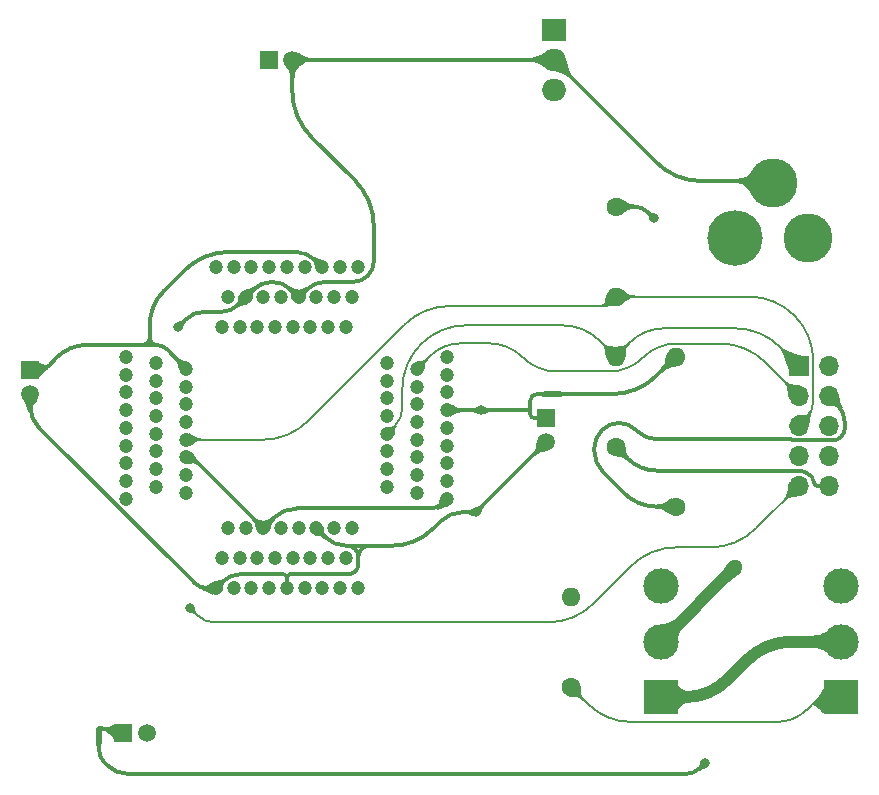
<source format=gtl>
%TF.GenerationSoftware,KiCad,Pcbnew,8.0.7*%
%TF.CreationDate,2025-03-02T12:37:21+02:00*%
%TF.ProjectId,EPM7160S Programmer,45504d37-3136-4305-9320-50726f677261,V0*%
%TF.SameCoordinates,Original*%
%TF.FileFunction,Copper,L1,Top*%
%TF.FilePolarity,Positive*%
%FSLAX46Y46*%
G04 Gerber Fmt 4.6, Leading zero omitted, Abs format (unit mm)*
G04 Created by KiCad (PCBNEW 8.0.7) date 2025-03-02 12:37:21*
%MOMM*%
%LPD*%
G01*
G04 APERTURE LIST*
%TA.AperFunction,EtchedComponent*%
%ADD10C,0.000000*%
%TD*%
%TA.AperFunction,ComponentPad*%
%ADD11O,1.600000X1.600000*%
%TD*%
%TA.AperFunction,ComponentPad*%
%ADD12C,1.600000*%
%TD*%
%TA.AperFunction,ComponentPad*%
%ADD13C,1.200000*%
%TD*%
%TA.AperFunction,ComponentPad*%
%ADD14C,3.000000*%
%TD*%
%TA.AperFunction,ComponentPad*%
%ADD15R,3.000000X3.000000*%
%TD*%
%TA.AperFunction,ComponentPad*%
%ADD16O,2.000000X1.905000*%
%TD*%
%TA.AperFunction,ComponentPad*%
%ADD17R,2.000000X1.905000*%
%TD*%
%TA.AperFunction,ComponentPad*%
%ADD18R,1.500000X1.500000*%
%TD*%
%TA.AperFunction,ComponentPad*%
%ADD19C,1.500000*%
%TD*%
%TA.AperFunction,SMDPad,CuDef*%
%ADD20C,0.500000*%
%TD*%
%TA.AperFunction,ComponentPad*%
%ADD21C,4.150000*%
%TD*%
%TA.AperFunction,ComponentPad*%
%ADD22C,4.700000*%
%TD*%
%TA.AperFunction,ComponentPad*%
%ADD23O,1.700000X1.700000*%
%TD*%
%TA.AperFunction,ComponentPad*%
%ADD24R,1.700000X1.700000*%
%TD*%
%TA.AperFunction,ViaPad*%
%ADD25C,0.800000*%
%TD*%
%TA.AperFunction,ViaPad*%
%ADD26C,1.300000*%
%TD*%
%TA.AperFunction,Conductor*%
%ADD27C,0.380000*%
%TD*%
%TA.AperFunction,Conductor*%
%ADD28C,1.000000*%
%TD*%
%TA.AperFunction,Conductor*%
%ADD29C,0.200000*%
%TD*%
G04 APERTURE END LIST*
D10*
%TA.AperFunction,EtchedComponent*%
%TO.C,NT4*%
G36*
X-3978000Y-37331000D02*
G01*
X-4478000Y-37331000D01*
X-4478000Y-36331000D01*
X-3978000Y-36331000D01*
X-3978000Y-37331000D01*
G37*
%TD.AperFunction*%
%TA.AperFunction,EtchedComponent*%
%TO.C,NT5*%
G36*
X34655000Y-8235000D02*
G01*
X33655000Y-8235000D01*
X33655000Y-7735000D01*
X34655000Y-7735000D01*
X34655000Y-8235000D01*
G37*
%TD.AperFunction*%
%TD*%
D11*
%TO.P,R1,2*%
%TO.N,/5V*%
X44614000Y-4809000D03*
D12*
%TO.P,R1,1*%
%TO.N,Net-(J3-Pin_4)*%
X44614000Y-17509000D03*
%TD*%
D13*
%TO.P,J1,100,100*%
%TO.N,/L100*%
X5693000Y2738000D03*
%TO.P,J1,99,99*%
%TO.N,/L99*%
X6193000Y-2342000D03*
%TO.P,J1,98,98*%
%TO.N,/L98*%
X6693000Y198000D03*
%TO.P,J1,97,97*%
%TO.N,/L97*%
X7193000Y2738000D03*
%TO.P,J1,96,96*%
%TO.N,/L96*%
X7693000Y-2342000D03*
%TO.P,J1,95,95*%
%TO.N,/GND*%
X8193000Y198000D03*
%TO.P,J1,94,94*%
%TO.N,/L94*%
X8693000Y2738000D03*
%TO.P,J1,93,93*%
%TO.N,/L93*%
X9193000Y-2342000D03*
%TO.P,J1,92,92*%
%TO.N,/L92*%
X9693000Y198000D03*
%TO.P,J1,91,91*%
%TO.N,/VCCINT*%
X10193000Y2738000D03*
%TO.P,J1,90,90*%
%TO.N,/INPUT{slash}OE2{slash}GCLK2*%
X10693000Y-2342000D03*
%TO.P,J1,89,89*%
%TO.N,/INPUT{slash}GCLRn*%
X11193000Y198000D03*
%TO.P,J1,88,88*%
%TO.N,/INPUT{slash}OE1*%
X11693000Y2738000D03*
%TO.P,J1,87,87*%
%TO.N,/INPUT{slash}GCLK1*%
X12193000Y-2342000D03*
%TO.P,J1,86,86*%
%TO.N,/GND*%
X12693000Y198000D03*
%TO.P,J1,85,85*%
%TO.N,/L85*%
X13193000Y2738000D03*
%TO.P,J1,84,84*%
%TO.N,/L84*%
X13693000Y-2342000D03*
%TO.P,J1,83,83*%
%TO.N,/L83*%
X14193000Y198000D03*
%TO.P,J1,82,82*%
%TO.N,/VCCIO*%
X14693000Y2738000D03*
%TO.P,J1,81,81*%
%TO.N,/L81*%
X15193000Y-2342000D03*
%TO.P,J1,80,80*%
%TO.N,/L80*%
X15693000Y198000D03*
%TO.P,J1,79,79*%
%TO.N,/L79*%
X16193000Y2738000D03*
%TO.P,J1,78,78*%
%TO.N,/L78*%
X16693000Y-2342000D03*
%TO.P,J1,77,77*%
%TO.N,/L77*%
X17193000Y198000D03*
%TO.P,J1,76,76*%
%TO.N,/L76*%
X17693000Y2738000D03*
%TO.P,J1,75,75*%
%TO.N,/L75*%
X25273000Y-4842000D03*
%TO.P,J1,74,74*%
%TO.N,/GND*%
X20193000Y-5342000D03*
%TO.P,J1,73,73*%
%TO.N,/TDO*%
X22733000Y-5842000D03*
%TO.P,J1,72,72*%
%TO.N,/L72*%
X25273000Y-6342000D03*
%TO.P,J1,71,71*%
%TO.N,/L71*%
X20193000Y-6842000D03*
%TO.P,J1,70,70*%
%TO.N,/L70*%
X22733000Y-7342000D03*
%TO.P,J1,69,69*%
%TO.N,/L69*%
X25273000Y-7842000D03*
%TO.P,J1,68,68*%
%TO.N,/L68*%
X20193000Y-8342000D03*
%TO.P,J1,67,67*%
%TO.N,/L67*%
X22733000Y-8842000D03*
%TO.P,J1,66,66*%
%TO.N,/VCCIO*%
X25273000Y-9342000D03*
%TO.P,J1,65,65*%
%TO.N,/L65*%
X20193000Y-9842000D03*
%TO.P,J1,64,64*%
%TO.N,/L64*%
X22733000Y-10342000D03*
%TO.P,J1,63,63*%
%TO.N,/L63*%
X25273000Y-10842000D03*
%TO.P,J1,62,62*%
%TO.N,/TCK*%
X20193000Y-11342000D03*
%TO.P,J1,61,61*%
%TO.N,/L61*%
X22733000Y-11842000D03*
%TO.P,J1,60,60*%
%TO.N,/L60*%
X25273000Y-12342000D03*
%TO.P,J1,59,59*%
%TO.N,/GND*%
X20193000Y-12842000D03*
%TO.P,J1,58,58*%
%TO.N,/L58*%
X22733000Y-13342000D03*
%TO.P,J1,57,57*%
%TO.N,/L57*%
X25273000Y-13842000D03*
%TO.P,J1,56,56*%
%TO.N,/L56*%
X20193000Y-14342000D03*
%TO.P,J1,55,55*%
%TO.N,/L55*%
X22733000Y-14842000D03*
%TO.P,J1,54,54*%
%TO.N,/L54*%
X25273000Y-15342000D03*
%TO.P,J1,53,53*%
%TO.N,/L53*%
X20193000Y-15842000D03*
%TO.P,J1,52,52*%
%TO.N,/L52*%
X22733000Y-16342000D03*
%TO.P,J1,51,51*%
%TO.N,/VCCIO*%
X25273000Y-16842000D03*
%TO.P,J1,50,50*%
%TO.N,/L50*%
X17693000Y-24422000D03*
%TO.P,J1,49,49*%
%TO.N,/L49*%
X17193000Y-19342000D03*
%TO.P,J1,48,48*%
%TO.N,/L48*%
X16693000Y-21882000D03*
%TO.P,J1,47,47*%
%TO.N,/L47*%
X16193000Y-24422000D03*
%TO.P,J1,46,46*%
%TO.N,/L46*%
X15693000Y-19342000D03*
%TO.P,J1,45,45*%
%TO.N,/L45*%
X15193000Y-21882000D03*
%TO.P,J1,44,44*%
%TO.N,/L44*%
X14693000Y-24422000D03*
%TO.P,J1,43,43*%
%TO.N,/GND*%
X14193000Y-19342000D03*
%TO.P,J1,42,42*%
%TO.N,/L42*%
X13693000Y-21882000D03*
%TO.P,J1,41,41*%
%TO.N,/L41*%
X13193000Y-24422000D03*
%TO.P,J1,40,40*%
%TO.N,/L40*%
X12693000Y-19342000D03*
%TO.P,J1,39,39*%
%TO.N,/VCCINT*%
X12193000Y-21882000D03*
%TO.P,J1,38,38*%
%TO.N,/GND*%
X11693000Y-24422000D03*
%TO.P,J1,37,37*%
%TO.N,/L37*%
X11193000Y-19342000D03*
%TO.P,J1,36,36*%
%TO.N,/L36*%
X10693000Y-21882000D03*
%TO.P,J1,35,35*%
%TO.N,/L35*%
X10193000Y-24422000D03*
%TO.P,J1,34,34*%
%TO.N,/VCCIO*%
X9693000Y-19342000D03*
%TO.P,J1,33,33*%
%TO.N,/L33*%
X9193000Y-21882000D03*
%TO.P,J1,32,32*%
%TO.N,/L32*%
X8693000Y-24422000D03*
%TO.P,J1,31,31*%
%TO.N,/L31*%
X8193000Y-19342000D03*
%TO.P,J1,30,30*%
%TO.N,/L30*%
X7693000Y-21882000D03*
%TO.P,J1,29,29*%
%TO.N,/L29*%
X7193000Y-24422000D03*
%TO.P,J1,28,28*%
%TO.N,/L28*%
X6693000Y-19342000D03*
%TO.P,J1,27,27*%
%TO.N,/L27*%
X6193000Y-21882000D03*
%TO.P,J1,26,26*%
%TO.N,/GND*%
X5693000Y-24422000D03*
%TO.P,J1,25,25*%
%TO.N,/L25*%
X-1887000Y-16842000D03*
%TO.P,J1,24,24*%
%TO.N,/L24*%
X3193000Y-16342000D03*
%TO.P,J1,23,23*%
%TO.N,/L23*%
X653000Y-15842000D03*
%TO.P,J1,22,22*%
%TO.N,/L22*%
X-1887000Y-15342000D03*
%TO.P,J1,21,21*%
%TO.N,/L21*%
X3193000Y-14842000D03*
%TO.P,J1,20,20*%
%TO.N,/L20*%
X653000Y-14342000D03*
%TO.P,J1,19,19*%
%TO.N,/L19*%
X-1887000Y-13842000D03*
%TO.P,J1,18,18*%
%TO.N,/VCCIO*%
X3193000Y-13342000D03*
%TO.P,J1,17,17*%
%TO.N,/L17*%
X653000Y-12842000D03*
%TO.P,J1,16,16*%
%TO.N,/L16*%
X-1887000Y-12342000D03*
%TO.P,J1,15,15*%
%TO.N,/TMS*%
X3193000Y-11842000D03*
%TO.P,J1,14,14*%
%TO.N,/L14*%
X653000Y-11342000D03*
%TO.P,J1,13,13*%
%TO.N,/L13*%
X-1887000Y-10842000D03*
%TO.P,J1,12,12*%
%TO.N,/L12*%
X3193000Y-10342000D03*
%TO.P,J1,11,11*%
%TO.N,/GND*%
X653000Y-9842000D03*
%TO.P,J1,10,10*%
%TO.N,/L10*%
X-1887000Y-9342000D03*
%TO.P,J1,9,9*%
%TO.N,/L9*%
X3193000Y-8842000D03*
%TO.P,J1,8,8*%
%TO.N,/L8*%
X653000Y-8342000D03*
%TO.P,J1,7,7*%
%TO.N,/L7*%
X-1887000Y-7842000D03*
%TO.P,J1,6,6*%
%TO.N,/L6*%
X3193000Y-7342000D03*
%TO.P,J1,5,5*%
%TO.N,/L5*%
X653000Y-6842000D03*
%TO.P,J1,4,4*%
%TO.N,/TDI*%
X-1887000Y-6342000D03*
%TO.P,J1,3,3*%
%TO.N,/VCCIO*%
X3193000Y-5842000D03*
%TO.P,J1,2,2*%
%TO.N,/L2*%
X653000Y-5342000D03*
%TO.P,J1,1,1*%
%TO.N,/L1*%
X-1887000Y-4842000D03*
%TD*%
D14*
%TO.P,S2,3,P2*%
%TO.N,unconnected-(S2-P2-Pad3)*%
X43344000Y-24240000D03*
%TO.P,S2,2,CM*%
%TO.N,/12V Socket*%
X43344000Y-28939000D03*
D15*
%TO.P,S2,1,P1*%
%TO.N,/12V*%
X43344000Y-33638000D03*
%TD*%
D16*
%TO.P,U1,3,OUT*%
%TO.N,/5V*%
X34290000Y17780000D03*
%TO.P,U1,2,GND*%
%TO.N,/GND*%
X34290000Y20320000D03*
D17*
%TO.P,U1,1,IN*%
%TO.N,/12V*%
X34290000Y22860000D03*
%TD*%
D14*
%TO.P,S1,3,P2*%
%TO.N,unconnected-(S1-P2-Pad3)*%
X58584000Y-24240000D03*
%TO.P,S1,2,CM*%
%TO.N,/12V*%
X58584000Y-28939000D03*
D15*
%TO.P,S1,1,P1*%
%TO.N,Net-(S1-P1)*%
X58584000Y-33638000D03*
%TD*%
D18*
%TO.P,C1,1*%
%TO.N,/VCCINT*%
X10160000Y20320000D03*
D19*
%TO.P,C1,2*%
%TO.N,/GND*%
X12160000Y20320000D03*
%TD*%
D20*
%TO.P,NT4,1,1*%
%TO.N,/5V*%
X-4228000Y-37331000D03*
%TO.P,NT4,2,2*%
%TO.N,/VCCINT*%
X-4228000Y-36331000D03*
%TD*%
D11*
%TO.P,R4,2*%
%TO.N,/INPUT{slash}OE1*%
X35724000Y-25129000D03*
D12*
%TO.P,R4,1*%
%TO.N,Net-(S1-P1)*%
X35724000Y-32749000D03*
%TD*%
D21*
%TO.P,J2,SHL2,GND*%
%TO.N,/GND*%
X55857000Y5207000D03*
%TO.P,J2,SHL1,GND*%
X52857000Y9907000D03*
D22*
%TO.P,J2,INNER,VCC*%
%TO.N,/12V Socket*%
X49657000Y5207000D03*
%TD*%
D19*
%TO.P,C3,2*%
%TO.N,/GND*%
X33655000Y-12033000D03*
D18*
%TO.P,C3,1*%
%TO.N,/VCCIO*%
X33655000Y-10033000D03*
%TD*%
D23*
%TO.P,J3,10,Pin_10*%
%TO.N,/GND*%
X57568000Y-15731000D03*
%TO.P,J3,9,Pin_9*%
%TO.N,/TDI*%
X55028000Y-15731000D03*
%TO.P,J3,8,Pin_8*%
%TO.N,unconnected-(J3-Pin_8-Pad8)*%
X57568000Y-13191000D03*
%TO.P,J3,7,Pin_7*%
%TO.N,unconnected-(J3-Pin_7-Pad7)*%
X55028000Y-13191000D03*
%TO.P,J3,6,Pin_6*%
%TO.N,unconnected-(J3-Pin_6-Pad6)*%
X57568000Y-10651000D03*
%TO.P,J3,5,Pin_5*%
%TO.N,/TMS*%
X55028000Y-10651000D03*
%TO.P,J3,4,Pin_4*%
%TO.N,Net-(J3-Pin_4)*%
X57568000Y-8111000D03*
%TO.P,J3,3,Pin_3*%
%TO.N,/TDO*%
X55028000Y-8111000D03*
%TO.P,J3,2,Pin_2*%
%TO.N,/GND*%
X57568000Y-5571000D03*
D24*
%TO.P,J3,1,Pin_1*%
%TO.N,/TCK*%
X55028000Y-5571000D03*
%TD*%
D11*
%TO.P,R2,2*%
%TO.N,/TCK*%
X39534000Y-4809000D03*
D12*
%TO.P,R2,1*%
%TO.N,/GND*%
X39534000Y-12429000D03*
%TD*%
D11*
%TO.P,R3,2*%
%TO.N,/TMS*%
X39534000Y271000D03*
D12*
%TO.P,R3,1*%
%TO.N,/5V*%
X39534000Y7891000D03*
%TD*%
D18*
%TO.P,C2,1*%
%TO.N,/VCCINT*%
X-2159000Y-36703000D03*
D19*
%TO.P,C2,2*%
%TO.N,/GND*%
X-159000Y-36703000D03*
%TD*%
D20*
%TO.P,NT5,2,2*%
%TO.N,/VCCIO*%
X33655000Y-7985000D03*
%TO.P,NT5,1,1*%
%TO.N,/5V*%
X34655000Y-7985000D03*
%TD*%
D18*
%TO.P,C4,1*%
%TO.N,/VCCIO*%
X-10033000Y-5969000D03*
D19*
%TO.P,C4,2*%
%TO.N,/GND*%
X-10033000Y-7969000D03*
%TD*%
D25*
%TO.N,/VCCIO*%
X28157000Y-9342000D03*
%TO.N,/GND*%
X27714500Y-17973500D03*
X2502988Y-2287000D03*
%TO.N,/TDI*%
X3486800Y-26083600D03*
%TO.N,/5V*%
X47085700Y-39224700D03*
X42813900Y6887400D03*
D26*
%TO.N,/12V Socket*%
X49657002Y-22606000D03*
%TD*%
D27*
%TO.N,/5V*%
X46632050Y-39678350D02*
G75*
G02*
X45536842Y-40132017I-1095250J1095250D01*
G01*
X43026000Y-6397000D02*
G75*
G02*
X39192228Y-7985012I-3833800J3833800D01*
G01*
X42312100Y7389200D02*
G75*
G03*
X41100647Y7891020I-1211500J-1211500D01*
G01*
X-3510999Y-39414999D02*
G75*
G03*
X-1780008Y-40132000I1730993J1730992D01*
G01*
X-4228000Y-38014500D02*
G75*
G03*
X-3744692Y-39181307I1650119J3D01*
G01*
%TO.N,/GND*%
X7707386Y-23242000D02*
G75*
G03*
X6283004Y-23832004I14J-2014400D01*
G01*
X18542919Y2030081D02*
G75*
G02*
X17318717Y1522993I-1224219J1224219D01*
G01*
X12022073Y868926D02*
G75*
G03*
X10443000Y1522984I-1579073J-1579126D01*
G01*
X26587500Y-17973500D02*
G75*
G03*
X24663594Y-18770413I0J-2720800D01*
G01*
X14931548Y-20080548D02*
G75*
G03*
X16709500Y-20817001I1777952J1777948D01*
G01*
X10443000Y1523000D02*
G75*
G03*
X8863915Y868937I0J-2233200D01*
G01*
X11602800Y-23332200D02*
G75*
G03*
X11385037Y-23241984I-217800J-217800D01*
G01*
X4671013Y-1017000D02*
G75*
G03*
X3137986Y-1651998I-13J-2168000D01*
G01*
X40549250Y-13444250D02*
G75*
G03*
X43000280Y-14459508I2451050J2451050D01*
G01*
X12000962Y-23242000D02*
G75*
G03*
X11783211Y-23332211I38J-308000D01*
G01*
X3797927Y-23926999D02*
G75*
G03*
X4992964Y-24421996I1195033J1195039D01*
G01*
X14954916Y1523000D02*
G75*
G03*
X13355495Y860504I-16J-2261900D01*
G01*
X19050000Y3254282D02*
G75*
G02*
X18542914Y2030086I-1731300J18D01*
G01*
X56142805Y-15028505D02*
G75*
G02*
X56326297Y-15471500I-443005J-442995D01*
G01*
X42965207Y11644792D02*
G75*
G03*
X46812963Y10050959I3847793J3847708D01*
G01*
X12160000Y17652963D02*
G75*
G03*
X13753791Y13805206I5441550J-3D01*
G01*
X17493000Y-22984000D02*
G75*
G02*
X16870132Y-23242014I-622900J622900D01*
G01*
X17751000Y-22361132D02*
G75*
G02*
X17492990Y-22983990I-880900J32D01*
G01*
X24038750Y-19395250D02*
G75*
G02*
X20606341Y-20817001I-3432410J3432410D01*
G01*
X56326300Y-15471500D02*
G75*
G03*
X56585800Y-15731000I259500J0D01*
G01*
X17751000Y-21771500D02*
G75*
G03*
X16796500Y-20817000I-954500J0D01*
G01*
X18705500Y-20817000D02*
G75*
G03*
X17751000Y-21771500I0J-954500D01*
G01*
X11693000Y-23549962D02*
G75*
G03*
X11602789Y-23332211I-308000J-38D01*
G01*
X11783200Y-23332200D02*
G75*
G03*
X11692984Y-23549962I217800J-217800D01*
G01*
X11602800Y-23332200D02*
G75*
G03*
X11783200Y-23332200I90200J90200D01*
G01*
X-10033000Y-9032536D02*
G75*
G03*
X-9280966Y-10848105I2567609J3D01*
G01*
X17456207Y10102792D02*
G75*
G02*
X19050001Y6255036I-3847767J-3847762D01*
G01*
X55950050Y-14835750D02*
G75*
G03*
X55041702Y-14459499I-908350J-908350D01*
G01*
X7585500Y-409499D02*
G75*
G02*
X6118865Y-1017001I-1466640J1466639D01*
G01*
X16796500Y-20817000D02*
X18705500Y-20817000D01*
%TO.N,/VCCIO*%
X6844263Y4063000D02*
G75*
G03*
X2996510Y2469204I7J-5441550D01*
G01*
X32845981Y-7985000D02*
G75*
G03*
X32458505Y-8145505I19J-548000D01*
G01*
X1550469Y-4199469D02*
G75*
G03*
X625900Y-3816498I-924569J-924561D01*
G01*
X-457300Y-3816500D02*
G75*
G03*
X84300Y-3274900I2J541598D01*
G01*
X84300Y-3274900D02*
G75*
G03*
X625900Y-3816500I541598J-2D01*
G01*
X24864800Y-17250200D02*
G75*
G02*
X23879318Y-17658407I-985500J985500D01*
G01*
X32298000Y-9665459D02*
G75*
G03*
X32405638Y-9925362I367500J-41D01*
G01*
X32405650Y-9925350D02*
G75*
G03*
X32665540Y-10032983I259850J259850D01*
G01*
X1277012Y749712D02*
G75*
G03*
X84296Y-2129750I2879448J-2879462D01*
G01*
X32060150Y-9342000D02*
G75*
G03*
X32298000Y-9104150I-50J237900D01*
G01*
X32298000Y-9579850D02*
G75*
G03*
X32060150Y-9342000I-237800J50D01*
G01*
X-5216752Y-3816500D02*
G75*
G03*
X-7815050Y-4892750I0J-3674549D01*
G01*
X3869776Y-13518776D02*
G75*
G03*
X3443000Y-13341984I-426776J-426724D01*
G01*
X-8487648Y-5565348D02*
G75*
G02*
X-9462150Y-5969000I-974503J974503D01*
G01*
X32458500Y-8145500D02*
G75*
G03*
X32297992Y-8532981I387500J-387500D01*
G01*
X14030500Y3400500D02*
G75*
G03*
X12431083Y4062993I-1599400J-1599400D01*
G01*
X12567084Y-17658400D02*
G75*
G03*
X10534804Y-18500204I16J-2874100D01*
G01*
X625900Y-3816500D02*
X-457300Y-3816500D01*
X32298000Y-9104150D02*
X32298000Y-9579850D01*
D28*
%TO.N,/12V*%
X48989670Y-32163328D02*
G75*
G02*
X45429500Y-33638011I-3560170J3560128D01*
G01*
X54467963Y-28939000D02*
G75*
G03*
X50620236Y-30532821I37J-5441500D01*
G01*
%TO.N,/12V Socket*%
X49657002Y-22615999D02*
G75*
G02*
X49649924Y-22633061I-24102J-1D01*
G01*
D29*
%TO.N,Net-(S1-P1)*%
X55731449Y-34688849D02*
G75*
G02*
X53194473Y-35739688I-2536949J2536949D01*
G01*
X57683150Y-33638000D02*
G75*
G03*
X56145287Y-34274982I-50J-2174800D01*
G01*
X37219350Y-34244350D02*
G75*
G03*
X40829444Y-35739682I3610050J3610050D01*
G01*
D27*
%TO.N,Net-(J3-Pin_4)*%
X37719000Y-12763500D02*
G75*
G03*
X38482330Y-14606312I2606100J0D01*
G01*
X54474375Y-11851000D02*
G75*
G03*
X54377806Y-11811005I-96575J-96600D01*
G01*
X58634000Y-11597000D02*
G75*
G02*
X57924221Y-11891009I-709800J709800D01*
G01*
X41223716Y-10997716D02*
G75*
G03*
X39814500Y-10413990I-1409216J-1409184D01*
G01*
X58280290Y-8823290D02*
G75*
G02*
X58928006Y-10387000I-1563690J-1563710D01*
G01*
X58928000Y-10887221D02*
G75*
G02*
X58633994Y-11596994I-1003800J21D01*
G01*
X40243376Y-16367376D02*
G75*
G03*
X42999500Y-17508985I2756124J2756176D01*
G01*
X41338500Y-11112500D02*
G75*
G03*
X43024828Y-11810988I1686300J1686300D01*
G01*
X38353999Y-11048999D02*
G75*
G03*
X37719009Y-12582025I1533001J-1533001D01*
G01*
X39814500Y-10414000D02*
G75*
G03*
X38405290Y-10997723I0J-1992900D01*
G01*
X54474375Y-11851000D02*
G75*
G03*
X54570943Y-11890960I96525J96600D01*
G01*
D29*
%TO.N,/TCK*%
X38209000Y-3484000D02*
G75*
G03*
X35010167Y-2159014I-3198800J-3198800D01*
G01*
X21463000Y-9173974D02*
G75*
G02*
X20828001Y-10707001I-2168040J4D01*
G01*
X43624227Y-2413000D02*
G75*
G03*
X40731992Y-3610992I-27J-4090200D01*
G01*
X26883064Y-2159000D02*
G75*
G03*
X23050501Y-3746501I-4J-5420050D01*
G01*
X53449000Y-3992000D02*
G75*
G03*
X49636956Y-2413018I-3812000J-3812000D01*
G01*
X23050500Y-3746500D02*
G75*
G03*
X21462985Y-7579064I3832600J-3832600D01*
G01*
%TO.N,/TDI*%
X51397792Y-19361207D02*
G75*
G02*
X47550036Y-20955010I-3847792J3847807D01*
G01*
X44671963Y-20955000D02*
G75*
G03*
X40824236Y-22548821I37J-5441500D01*
G01*
X4097500Y-26694300D02*
G75*
G03*
X5571860Y-27305000I1474360J1474360D01*
G01*
X37661792Y-25711207D02*
G75*
G02*
X33814036Y-27305010I-3847792J3847807D01*
G01*
%TO.N,/TDO*%
X41854550Y-4881450D02*
G75*
G02*
X39002518Y-6062808I-2852050J2852050D01*
G01*
X31669900Y-4872900D02*
G75*
G03*
X34542572Y-6062811I2872700J2872700D01*
G01*
X52210892Y-5293892D02*
G75*
G03*
X48363136Y-3700089I-3847792J-3847808D01*
G01*
X26418643Y-3683000D02*
G75*
G03*
X23812487Y-4762487I-43J-3685600D01*
G01*
X44706581Y-3700100D02*
G75*
G03*
X41854556Y-4881456I19J-4033400D01*
G01*
X31669900Y-4872900D02*
G75*
G03*
X28797227Y-3682989I-2872700J-2872700D01*
G01*
%TO.N,/TMS*%
X54667207Y-1327207D02*
G75*
G02*
X56261011Y-5174963I-3847807J-3847793D01*
G01*
X13500792Y-10248207D02*
G75*
G02*
X9653036Y-11842001I-3847762J3847767D01*
G01*
X25473964Y-528999D02*
G75*
G03*
X21626206Y-2122789I-4J-5441551D01*
G01*
X39134000Y-128999D02*
G75*
G02*
X38168316Y-529005I-965700J965699D01*
G01*
X54662792Y-1322792D02*
G75*
G03*
X50815036Y271040I-3847792J-3847708D01*
G01*
X56261000Y-8546137D02*
G75*
G02*
X55644489Y-10034489I-2104900J37D01*
G01*
D27*
%TO.N,/GND*%
X12160000Y17652963D02*
X12160000Y20320000D01*
X13753792Y13805207D02*
X17456207Y10102792D01*
X19050000Y3254282D02*
X19050000Y6255036D01*
X17318717Y1523000D02*
X14954916Y1523000D01*
X13355500Y860499D02*
X12693000Y198000D01*
X34290000Y20320000D02*
X12160000Y20320000D01*
%TO.N,/VCCINT*%
X-2539000Y-36323000D02*
X-4220000Y-36323000D01*
%TO.N,/5V*%
X46632050Y-39678350D02*
X47085700Y-39224700D01*
X45536842Y-40132000D02*
X-1780008Y-40132000D01*
X-3510999Y-39414999D02*
X-3744692Y-39181307D01*
X-4228000Y-38014500D02*
X-4228000Y-37331000D01*
D29*
%TO.N,/TDI*%
X51397792Y-19361207D02*
X55028000Y-15731000D01*
X40824207Y-22548792D02*
X37661792Y-25711207D01*
X5571860Y-27305000D02*
X33814036Y-27305000D01*
X3486800Y-26083600D02*
X4097500Y-26694300D01*
X47550036Y-20955000D02*
X44671963Y-20955000D01*
D27*
%TO.N,/GND*%
X20606341Y-20817000D02*
X18705500Y-20817000D01*
X24663590Y-18770409D02*
X24038750Y-19395250D01*
X26587500Y-17973500D02*
X27714500Y-17973500D01*
D29*
%TO.N,/TCK*%
X20828000Y-10707000D02*
X20193000Y-11342000D01*
X35010167Y-2159000D02*
X26883064Y-2159000D01*
X21463000Y-9173974D02*
X21463000Y-7579064D01*
X38209000Y-3484000D02*
X39534000Y-4809000D01*
%TO.N,/TDO*%
X52210892Y-5293892D02*
X55028000Y-8111000D01*
X39002518Y-6062800D02*
X34542572Y-6062800D01*
X26418643Y-3683000D02*
X28797227Y-3683000D01*
X48363136Y-3700100D02*
X44706581Y-3700100D01*
X23812500Y-4762500D02*
X22733000Y-5842000D01*
%TO.N,/TMS*%
X9653036Y-11842000D02*
X3193000Y-11842000D01*
X25473964Y-528999D02*
X38168316Y-528999D01*
X13500792Y-10248207D02*
X21626208Y-2122791D01*
D27*
%TO.N,/5V*%
X39192228Y-7985000D02*
X34655000Y-7985000D01*
X43026000Y-6397000D02*
X44614000Y-4809000D01*
D28*
%TO.N,/12V Socket*%
X49649931Y-22633068D02*
X43344000Y-28939000D01*
X49657002Y-22615999D02*
X49657002Y-22606000D01*
%TO.N,/12V*%
X45429500Y-33638000D02*
X43344000Y-33638000D01*
X48989670Y-32163328D02*
X50620207Y-30532792D01*
X54467963Y-28939000D02*
X58584000Y-28939000D01*
D27*
%TO.N,/VCCIO*%
X32845981Y-7985000D02*
X33655000Y-7985000D01*
X24864800Y-17250200D02*
X25273000Y-16842000D01*
X-9462150Y-5969000D02*
X-10033000Y-5969000D01*
X-7815050Y-4892750D02*
X-8487648Y-5565348D01*
X23879318Y-17658400D02*
X12567084Y-17658400D01*
X32298000Y-9665459D02*
X32298000Y-9579850D01*
X-457300Y-3816500D02*
X-5216752Y-3816500D01*
X32665540Y-10033000D02*
X33655000Y-10033000D01*
X32060150Y-9342000D02*
X28157000Y-9342000D01*
X9693000Y-19342000D02*
X10534800Y-18500200D01*
X28157000Y-9342000D02*
X25273000Y-9342000D01*
X32298000Y-9104150D02*
X32298000Y-8532981D01*
X6844263Y4063000D02*
X12431083Y4063000D01*
X2996507Y2469207D02*
X1277012Y749712D01*
X9693000Y-19342000D02*
X3869776Y-13518776D01*
X84300Y-3274900D02*
X84300Y-2129750D01*
X1550469Y-4199469D02*
X3193000Y-5842000D01*
X14030500Y3400500D02*
X14693000Y2738000D01*
%TO.N,/GND*%
X11693000Y-23549962D02*
X11693000Y-24422000D01*
X12022073Y868926D02*
X12693000Y198000D01*
X14931548Y-20080548D02*
X14193000Y-19342000D01*
X40549250Y-13444250D02*
X39534000Y-12429000D01*
X42965207Y11644792D02*
X34290000Y20320000D01*
X8193000Y198000D02*
X7585500Y-409499D01*
X3797927Y-23926999D02*
X-9280966Y-10848105D01*
X16709500Y-20817000D02*
X16796500Y-20817000D01*
X46812963Y10051000D02*
X52536000Y10051000D01*
X5693000Y-24422000D02*
X4992964Y-24422000D01*
X3137988Y-1652000D02*
X2502988Y-2287000D01*
X12000962Y-23242000D02*
X16870132Y-23242000D01*
X7707386Y-23242000D02*
X11385037Y-23242000D01*
X-10033000Y-9032536D02*
X-10033000Y-7969000D01*
X17751000Y-22361132D02*
X17751000Y-21771500D01*
X27714500Y-17973500D02*
X33655000Y-12033000D01*
X56585800Y-15731000D02*
X57568000Y-15731000D01*
X4671013Y-1017000D02*
X6118865Y-1017000D01*
X56142805Y-15028505D02*
X55950050Y-14835750D01*
X6283000Y-23832000D02*
X5693000Y-24422000D01*
X43000280Y-14459500D02*
X55041702Y-14459500D01*
X8863926Y868926D02*
X8193000Y198000D01*
D29*
%TO.N,/TMS*%
X55644500Y-10034500D02*
X55028000Y-10651000D01*
X40099684Y270999D02*
X50815036Y270999D01*
X56261000Y-5174963D02*
X56261000Y-8546137D01*
X54667207Y-1327207D02*
X54662792Y-1322792D01*
%TO.N,/TCK*%
X39534000Y-4809000D02*
X40732000Y-3611000D01*
X43624227Y-2413000D02*
X49636956Y-2413000D01*
X53449000Y-3992000D02*
X55028000Y-5571000D01*
D27*
%TO.N,/5V*%
X42312100Y7389200D02*
X42813900Y6887400D01*
X41100647Y7891000D02*
X39534000Y7891000D01*
%TO.N,Net-(J3-Pin_4)*%
X57924221Y-11891000D02*
X54570943Y-11891000D01*
X38482321Y-14606321D02*
X40243376Y-16367376D01*
X42999500Y-17509000D02*
X44614000Y-17509000D01*
X58928000Y-10387000D02*
X58928000Y-10887221D01*
X54377806Y-11811000D02*
X43024828Y-11811000D01*
X41223716Y-10997716D02*
X41338500Y-11112500D01*
X58280290Y-8823290D02*
X57568000Y-8111000D01*
X37719000Y-12763500D02*
X37719000Y-12582025D01*
X38353999Y-11048999D02*
X38405283Y-10997716D01*
D29*
%TO.N,Net-(S1-P1)*%
X53194473Y-35739700D02*
X40829444Y-35739700D01*
X37219350Y-34244350D02*
X35724000Y-32749000D01*
X55731449Y-34688849D02*
X56145302Y-34274997D01*
%TD*%
%TA.AperFunction,Conductor*%
%TO.N,/VCCIO*%
G36*
X24730521Y-16617283D02*
G01*
X25269454Y-16839834D01*
X25275793Y-16846159D01*
X25275805Y-16846189D01*
X25498084Y-17385351D01*
X25498069Y-17394305D01*
X25491726Y-17400627D01*
X25491568Y-17400691D01*
X25234836Y-17502163D01*
X25234323Y-17502352D01*
X25041283Y-17568404D01*
X25040770Y-17568566D01*
X24871080Y-17618044D01*
X24870996Y-17618068D01*
X24673737Y-17673994D01*
X24409137Y-17755969D01*
X24400221Y-17755144D01*
X24394549Y-17748410D01*
X24283815Y-17407617D01*
X24284517Y-17398691D01*
X24289770Y-17393509D01*
X24473953Y-17302802D01*
X24570060Y-17181077D01*
X24613332Y-17028384D01*
X24647969Y-16840970D01*
X24648298Y-16839637D01*
X24714880Y-16624634D01*
X24720599Y-16617747D01*
X24729516Y-16616921D01*
X24730521Y-16617283D01*
G37*
%TD.AperFunction*%
%TD*%
%TA.AperFunction,Conductor*%
%TO.N,/VCCIO*%
G36*
X3625354Y-12926191D02*
G01*
X3625480Y-12926320D01*
X3802374Y-13111138D01*
X3802781Y-13111585D01*
X3926878Y-13255433D01*
X3927089Y-13255685D01*
X4031056Y-13383256D01*
X4155445Y-13527442D01*
X4155457Y-13527454D01*
X4155468Y-13527467D01*
X4332859Y-13712803D01*
X4336104Y-13721149D01*
X4332680Y-13729166D01*
X4079192Y-13982654D01*
X4070919Y-13986081D01*
X4063972Y-13983795D01*
X3903387Y-13865283D01*
X3903385Y-13865282D01*
X3754949Y-13838494D01*
X3602954Y-13869173D01*
X3424438Y-13916855D01*
X3422676Y-13917183D01*
X3205941Y-13940601D01*
X3197347Y-13938083D01*
X3193052Y-13930226D01*
X3192984Y-13928995D01*
X3192298Y-13346156D01*
X3195714Y-13337883D01*
X3608809Y-12926162D01*
X3617087Y-12922750D01*
X3625354Y-12926191D01*
G37*
%TD.AperFunction*%
%TD*%
%TA.AperFunction,Conductor*%
%TO.N,/VCCIO*%
G36*
X-9274784Y-5225948D02*
G01*
X-9168395Y-5315927D01*
X-9053790Y-5393564D01*
X-8998283Y-5421822D01*
X-8939196Y-5451906D01*
X-8939190Y-5451908D01*
X-8939185Y-5451911D01*
X-8824580Y-5490968D01*
X-8714658Y-5509927D01*
X-8707182Y-5514579D01*
X-8494488Y-5807329D01*
X-8492399Y-5816034D01*
X-8497078Y-5823670D01*
X-8498410Y-5824507D01*
X-8645895Y-5903887D01*
X-8805171Y-6022609D01*
X-8964447Y-6174326D01*
X-9123723Y-6359038D01*
X-9123729Y-6359047D01*
X-9123733Y-6359051D01*
X-9275748Y-6566835D01*
X-9283399Y-6571489D01*
X-9292099Y-6569370D01*
X-9292548Y-6569025D01*
X-10023696Y-5977764D01*
X-10027974Y-5969897D01*
X-10025437Y-5961309D01*
X-10024611Y-5960392D01*
X-9290610Y-5226608D01*
X-9282336Y-5223182D01*
X-9274784Y-5225948D01*
G37*
%TD.AperFunction*%
%TD*%
%TA.AperFunction,Conductor*%
%TO.N,Net-(S1-P1)*%
G36*
X57093584Y-32975142D02*
G01*
X58439601Y-33572863D01*
X58568490Y-33630098D01*
X58574661Y-33636587D01*
X58574435Y-33645539D01*
X58571696Y-33649372D01*
X57093547Y-35019498D01*
X57085150Y-35022609D01*
X57077012Y-35018871D01*
X57076215Y-35017913D01*
X56923565Y-34813310D01*
X56923551Y-34813293D01*
X56885069Y-34769599D01*
X56763115Y-34631127D01*
X56763110Y-34631123D01*
X56763108Y-34631120D01*
X56602683Y-34481836D01*
X56602676Y-34481831D01*
X56602673Y-34481828D01*
X56442231Y-34365403D01*
X56442230Y-34365402D01*
X56442224Y-34365398D01*
X56283465Y-34282725D01*
X56280475Y-34280499D01*
X56151652Y-34147830D01*
X56148347Y-34139507D01*
X56151895Y-34131285D01*
X56152947Y-34130378D01*
X56330771Y-33994861D01*
X56519078Y-33806360D01*
X56707385Y-33572863D01*
X56895692Y-33294372D01*
X57078724Y-32979948D01*
X57085848Y-32974523D01*
X57093584Y-32975142D01*
G37*
%TD.AperFunction*%
%TD*%
%TA.AperFunction,Conductor*%
%TO.N,/TMS*%
G36*
X38806909Y572178D02*
G01*
X39527761Y274011D01*
X39534096Y267682D01*
X39534989Y263184D01*
X39534014Y-517634D01*
X39530577Y-525902D01*
X39522638Y-529315D01*
X39203271Y-538174D01*
X38969226Y-560498D01*
X38767534Y-588154D01*
X38767199Y-588195D01*
X38533680Y-613369D01*
X38532956Y-613424D01*
X38214673Y-627847D01*
X38206253Y-624798D01*
X38202455Y-616689D01*
X38202445Y-616371D01*
X38200866Y-529315D01*
X38199211Y-438055D01*
X38202487Y-429723D01*
X38208452Y-426406D01*
X38463918Y-371612D01*
X38596798Y-225390D01*
X38656823Y-7018D01*
X38703023Y265560D01*
X38703337Y266914D01*
X38791216Y564678D01*
X38796844Y571643D01*
X38805749Y572587D01*
X38806909Y572178D01*
G37*
%TD.AperFunction*%
%TD*%
%TA.AperFunction,Conductor*%
%TO.N,/GND*%
G36*
X12164491Y20319133D02*
G01*
X12841301Y20037812D01*
X12847625Y20031472D01*
X12847614Y20022517D01*
X12847264Y20021754D01*
X12704454Y19737592D01*
X12703716Y19736328D01*
X12567340Y19533057D01*
X12454663Y19355908D01*
X12454662Y19355907D01*
X12378182Y19140035D01*
X12350940Y18830674D01*
X12346801Y18822733D01*
X12339285Y18820000D01*
X11980715Y18820000D01*
X11972442Y18823427D01*
X11969060Y18830674D01*
X11941817Y19140035D01*
X11865336Y19355908D01*
X11752655Y19533061D01*
X11616271Y19736345D01*
X11615549Y19737581D01*
X11472734Y20021754D01*
X11472082Y20030685D01*
X11477935Y20037462D01*
X11478698Y20037812D01*
X12155509Y20319133D01*
X12164464Y20319144D01*
X12164491Y20319133D01*
G37*
%TD.AperFunction*%
%TD*%
%TA.AperFunction,Conductor*%
%TO.N,/GND*%
G36*
X13352764Y1105741D02*
G01*
X13571095Y821205D01*
X13573413Y812556D01*
X13570028Y805752D01*
X13421587Y659389D01*
X13421586Y659387D01*
X13421585Y659386D01*
X13355780Y517104D01*
X13334863Y367144D01*
X13313868Y191587D01*
X13313461Y189625D01*
X13251034Y-19209D01*
X13245381Y-26154D01*
X13236473Y-27068D01*
X13235366Y-26675D01*
X12696704Y195536D01*
X12690365Y201857D01*
X12468076Y740963D01*
X12468091Y749917D01*
X12474433Y756239D01*
X12474974Y756446D01*
X12687588Y832034D01*
X12688607Y832345D01*
X12855466Y875028D01*
X12855474Y875030D01*
X12855485Y875033D01*
X12877625Y881072D01*
X12998793Y914124D01*
X13151244Y982828D01*
X13336931Y1108313D01*
X13345704Y1110106D01*
X13352764Y1105741D01*
G37*
%TD.AperFunction*%
%TD*%
%TA.AperFunction,Conductor*%
%TO.N,/GND*%
G36*
X12457482Y21007614D02*
G01*
X12458245Y21007264D01*
X12742405Y20864454D01*
X12743669Y20863716D01*
X12946940Y20727340D01*
X13124089Y20614663D01*
X13124090Y20614662D01*
X13339962Y20538182D01*
X13649326Y20510939D01*
X13657267Y20506800D01*
X13660000Y20499284D01*
X13660000Y20140715D01*
X13656573Y20132442D01*
X13649326Y20129060D01*
X13339963Y20101817D01*
X13124090Y20025336D01*
X13079801Y19997165D01*
X12946940Y19912658D01*
X12743669Y19776282D01*
X12742408Y19775546D01*
X12554921Y19681321D01*
X12458245Y19632735D01*
X12449314Y19632082D01*
X12442537Y19637935D01*
X12442198Y19638673D01*
X12160865Y20315510D01*
X12160855Y20324464D01*
X12442188Y21001302D01*
X12448527Y21007625D01*
X12457482Y21007614D01*
G37*
%TD.AperFunction*%
%TD*%
%TA.AperFunction,Conductor*%
%TO.N,/GND*%
G36*
X33720212Y21102515D02*
G01*
X33720402Y21102263D01*
X34285970Y20326895D01*
X34288076Y20318191D01*
X34285970Y20313105D01*
X33720402Y19537736D01*
X33712758Y19533072D01*
X33704054Y19535178D01*
X33703802Y19535368D01*
X33441815Y19737519D01*
X33170312Y19902464D01*
X32898808Y20022860D01*
X32627305Y20098705D01*
X32366160Y20128806D01*
X32358336Y20133157D01*
X32355802Y20140428D01*
X32355802Y20499571D01*
X32359229Y20507844D01*
X32366162Y20511194D01*
X32627306Y20541294D01*
X32898812Y20617140D01*
X33170317Y20737537D01*
X33441818Y20902482D01*
X33441821Y20902484D01*
X33703802Y21104631D01*
X33712445Y21106972D01*
X33720212Y21102515D01*
G37*
%TD.AperFunction*%
%TD*%
%TA.AperFunction,Conductor*%
%TO.N,/VCCINT*%
G36*
X-4215860Y-36081529D02*
G01*
X-4104585Y-36086382D01*
X-4103426Y-36086493D01*
X-4016767Y-36099261D01*
X-4016184Y-36099364D01*
X-3961780Y-36110474D01*
X-3941132Y-36114692D01*
X-3941125Y-36114693D01*
X-3941111Y-36114696D01*
X-3879129Y-36123828D01*
X-3853586Y-36127592D01*
X-3848624Y-36127808D01*
X-3740778Y-36132512D01*
X-3732665Y-36136295D01*
X-3729591Y-36144200D01*
X-3729591Y-36501946D01*
X-3733018Y-36510219D01*
X-3740626Y-36513627D01*
X-3853851Y-36520071D01*
X-3853862Y-36520072D01*
X-3941242Y-36536933D01*
X-4015938Y-36556955D01*
X-4016750Y-36557142D01*
X-4102959Y-36573779D01*
X-4104511Y-36573972D01*
X-4215684Y-36580299D01*
X-4224139Y-36577348D01*
X-4228030Y-36569283D01*
X-4228049Y-36568665D01*
X-4229000Y-36331094D01*
X-4229000Y-36331000D01*
X-4228048Y-36093172D01*
X-4224588Y-36084913D01*
X-4216301Y-36081519D01*
X-4215860Y-36081529D01*
G37*
%TD.AperFunction*%
%TD*%
%TA.AperFunction,Conductor*%
%TO.N,/VCCINT*%
G36*
X-2902798Y-35959193D02*
G01*
X-2167386Y-36693625D01*
X-2163956Y-36701894D01*
X-2167377Y-36710170D01*
X-2168474Y-36711138D01*
X-2899181Y-37278905D01*
X-2907817Y-37281275D01*
X-2915599Y-37276845D01*
X-2916018Y-37276270D01*
X-3059001Y-37067178D01*
X-3059006Y-37067172D01*
X-3208992Y-36880161D01*
X-3209003Y-36880148D01*
X-3358992Y-36725452D01*
X-3359015Y-36725431D01*
X-3508996Y-36603062D01*
X-3653323Y-36516408D01*
X-3658652Y-36509211D01*
X-3659000Y-36506377D01*
X-3659000Y-36145529D01*
X-3655573Y-36137256D01*
X-3647300Y-36133829D01*
X-3646511Y-36133855D01*
X-3509000Y-36143277D01*
X-3508988Y-36143276D01*
X-3508986Y-36143276D01*
X-3461216Y-36139180D01*
X-3359000Y-36130416D01*
X-3209000Y-36094416D01*
X-3059000Y-36035277D01*
X-3058995Y-36035274D01*
X-3058994Y-36035274D01*
X-3007861Y-36007227D01*
X-2916687Y-35957216D01*
X-2907787Y-35956243D01*
X-2902798Y-35959193D01*
G37*
%TD.AperFunction*%
%TD*%
%TA.AperFunction,Conductor*%
%TO.N,/5V*%
G36*
X46727619Y-39076350D02*
G01*
X47081998Y-39222256D01*
X47088344Y-39228575D01*
X47088364Y-39228624D01*
X47234341Y-39583479D01*
X47234319Y-39592434D01*
X47228020Y-39598730D01*
X47085920Y-39657920D01*
X46978402Y-39706411D01*
X46978401Y-39706412D01*
X46889008Y-39755330D01*
X46790660Y-39820213D01*
X46665618Y-39909884D01*
X46656898Y-39911920D01*
X46649335Y-39907253D01*
X46586096Y-39820213D01*
X46439126Y-39617927D01*
X46437036Y-39609221D01*
X46440935Y-39602205D01*
X46444950Y-39598730D01*
X46545510Y-39511691D01*
X46605251Y-39423689D01*
X46636977Y-39330699D01*
X46665513Y-39218638D01*
X46665779Y-39217750D01*
X46712105Y-39083354D01*
X46718040Y-39076651D01*
X46726978Y-39076108D01*
X46727619Y-39076350D01*
G37*
%TD.AperFunction*%
%TD*%
%TA.AperFunction,Conductor*%
%TO.N,/5V*%
G36*
X-3990248Y-37330951D02*
G01*
X-3981992Y-37334410D01*
X-3978598Y-37342697D01*
X-3978613Y-37343236D01*
X-3984205Y-37454826D01*
X-3984355Y-37456196D01*
X-3999057Y-37542886D01*
X-3999202Y-37543608D01*
X-4016880Y-37618741D01*
X-4031760Y-37706483D01*
X-4037443Y-37819886D01*
X-4041279Y-37827977D01*
X-4049128Y-37831000D01*
X-4406872Y-37831000D01*
X-4415145Y-37827573D01*
X-4418557Y-37819886D01*
X-4424239Y-37706493D01*
X-4424241Y-37706470D01*
X-4439119Y-37618745D01*
X-4439121Y-37618735D01*
X-4456796Y-37543609D01*
X-4456942Y-37542886D01*
X-4471644Y-37456196D01*
X-4471794Y-37454826D01*
X-4477386Y-37343236D01*
X-4474378Y-37334801D01*
X-4466287Y-37330965D01*
X-4465789Y-37330951D01*
X-4228000Y-37330000D01*
X-3990248Y-37330951D01*
G37*
%TD.AperFunction*%
%TD*%
%TA.AperFunction,Conductor*%
%TO.N,/TDI*%
G36*
X54254654Y-15410654D02*
G01*
X55024215Y-15728438D01*
X55030552Y-15734761D01*
X55271963Y-16319375D01*
X55348342Y-16504337D01*
X55348333Y-16513292D01*
X55341994Y-16519617D01*
X55340887Y-16520011D01*
X54982491Y-16627410D01*
X54980361Y-16627837D01*
X54690518Y-16658446D01*
X54690393Y-16658459D01*
X54439621Y-16682230D01*
X54188545Y-16772763D01*
X53904797Y-16997327D01*
X53896183Y-16999774D01*
X53889263Y-16996426D01*
X53762573Y-16869735D01*
X53759146Y-16861462D01*
X53761671Y-16854203D01*
X53986234Y-16570454D01*
X54076769Y-16319373D01*
X54100540Y-16068586D01*
X54131160Y-15778634D01*
X54131587Y-15776506D01*
X54144090Y-15734785D01*
X54238988Y-15418109D01*
X54244645Y-15411171D01*
X54253554Y-15410263D01*
X54254654Y-15410654D01*
G37*
%TD.AperFunction*%
%TD*%
%TA.AperFunction,Conductor*%
%TO.N,/TDI*%
G36*
X3853684Y-25935330D02*
G01*
X3860002Y-25941677D01*
X3860292Y-25942460D01*
X3911576Y-26097746D01*
X3911951Y-26099180D01*
X3936852Y-26227150D01*
X3960843Y-26336657D01*
X3977723Y-26372289D01*
X4013168Y-26447108D01*
X4013170Y-26447111D01*
X4013171Y-26447112D01*
X4116323Y-26570364D01*
X4119005Y-26578908D01*
X4115624Y-26586146D01*
X3989346Y-26712424D01*
X3981073Y-26715851D01*
X3973564Y-26713123D01*
X3850312Y-26609971D01*
X3850311Y-26609970D01*
X3850308Y-26609968D01*
X3775489Y-26574523D01*
X3739857Y-26557643D01*
X3630350Y-26533652D01*
X3502380Y-26508751D01*
X3500946Y-26508376D01*
X3345660Y-26457092D01*
X3338879Y-26451243D01*
X3338219Y-26442313D01*
X3338503Y-26441544D01*
X3484237Y-26087402D01*
X3490553Y-26081057D01*
X3844731Y-25935309D01*
X3853684Y-25935330D01*
G37*
%TD.AperFunction*%
%TD*%
%TA.AperFunction,Conductor*%
%TO.N,/GND*%
G36*
X27565928Y-17614750D02*
G01*
X27566022Y-17614970D01*
X27713623Y-17968998D01*
X27713644Y-17977952D01*
X27713623Y-17978002D01*
X27566022Y-18332029D01*
X27559675Y-18338347D01*
X27550721Y-18338326D01*
X27550501Y-18338232D01*
X27407303Y-18275058D01*
X27407160Y-18274993D01*
X27296421Y-18224358D01*
X27296408Y-18224353D01*
X27197912Y-18189702D01*
X27080918Y-18169840D01*
X26925754Y-18163928D01*
X26917618Y-18160188D01*
X26914500Y-18152236D01*
X26914500Y-17794763D01*
X26917927Y-17786490D01*
X26925753Y-17783071D01*
X27080912Y-17777158D01*
X27080918Y-17777157D01*
X27197912Y-17757295D01*
X27197913Y-17757294D01*
X27197916Y-17757294D01*
X27296407Y-17722645D01*
X27296415Y-17722641D01*
X27296421Y-17722639D01*
X27331415Y-17706637D01*
X27407279Y-17671950D01*
X27550503Y-17608766D01*
X27559453Y-17608563D01*
X27565928Y-17614750D01*
G37*
%TD.AperFunction*%
%TD*%
%TA.AperFunction,Conductor*%
%TO.N,/TCK*%
G36*
X20855422Y-10550288D02*
G01*
X20997877Y-10659596D01*
X21002355Y-10667351D01*
X21000738Y-10674979D01*
X20886512Y-10861884D01*
X20886511Y-10861886D01*
X20843145Y-11020875D01*
X20833761Y-11172253D01*
X20833722Y-11172722D01*
X20816051Y-11345087D01*
X20815605Y-11347301D01*
X20751077Y-11559291D01*
X20745389Y-11566208D01*
X20736477Y-11567077D01*
X20735424Y-11566701D01*
X20196891Y-11344648D01*
X20190549Y-11338326D01*
X19968539Y-10800153D01*
X19968552Y-10791200D01*
X19974893Y-10784877D01*
X19976469Y-10784355D01*
X20189773Y-10730263D01*
X20192706Y-10729905D01*
X20377065Y-10730951D01*
X20377402Y-10730957D01*
X20537747Y-10736551D01*
X20689082Y-10692412D01*
X20840312Y-10551023D01*
X20848694Y-10547878D01*
X20855422Y-10550288D01*
G37*
%TD.AperFunction*%
%TD*%
%TA.AperFunction,Conductor*%
%TO.N,/TCK*%
G36*
X38481510Y-3613403D02*
G01*
X38747413Y-3824480D01*
X38982880Y-3910773D01*
X38982884Y-3910773D01*
X38982886Y-3910774D01*
X39072848Y-3919883D01*
X39217991Y-3934582D01*
X39481812Y-3963681D01*
X39489926Y-3964576D01*
X39492018Y-3965002D01*
X39827778Y-4066169D01*
X39834710Y-4071836D01*
X39835605Y-4080746D01*
X39835217Y-4081836D01*
X39536562Y-4805212D01*
X39530237Y-4811551D01*
X39530212Y-4811562D01*
X38806836Y-5110217D01*
X38797881Y-5110206D01*
X38791556Y-5103867D01*
X38791173Y-5102791D01*
X38690002Y-4767018D01*
X38689576Y-4764926D01*
X38659582Y-4492991D01*
X38659571Y-4492887D01*
X38635774Y-4257886D01*
X38635773Y-4257883D01*
X38635773Y-4257880D01*
X38549480Y-4022413D01*
X38338403Y-3756510D01*
X38335945Y-3747901D01*
X38339294Y-3740965D01*
X38465965Y-3614294D01*
X38474237Y-3610868D01*
X38481510Y-3613403D01*
G37*
%TD.AperFunction*%
%TD*%
%TA.AperFunction,Conductor*%
%TO.N,/TDO*%
G36*
X53904797Y-6844672D02*
G01*
X54188545Y-7069235D01*
X54314084Y-7114501D01*
X54439621Y-7159768D01*
X54439624Y-7159769D01*
X54690412Y-7183540D01*
X54975096Y-7213604D01*
X54980361Y-7214160D01*
X54982491Y-7214587D01*
X55340888Y-7321988D01*
X55347828Y-7327645D01*
X55348736Y-7336554D01*
X55348342Y-7337661D01*
X55030562Y-8107214D01*
X55024237Y-8113553D01*
X55024214Y-8113562D01*
X54254661Y-8431342D01*
X54245706Y-8431333D01*
X54239381Y-8424994D01*
X54238992Y-8423902D01*
X54131587Y-8065491D01*
X54131160Y-8063361D01*
X54100551Y-7773518D01*
X54100538Y-7773393D01*
X54076769Y-7522624D01*
X54010075Y-7337661D01*
X53986235Y-7271545D01*
X53890413Y-7150469D01*
X53761671Y-6987796D01*
X53759225Y-6979183D01*
X53762572Y-6972264D01*
X53889264Y-6845572D01*
X53897536Y-6842146D01*
X53904797Y-6844672D01*
G37*
%TD.AperFunction*%
%TD*%
%TA.AperFunction,Conductor*%
%TO.N,/TDO*%
G36*
X23518256Y-4930201D02*
G01*
X23644798Y-5056743D01*
X23648225Y-5065016D01*
X23645626Y-5072368D01*
X23488499Y-5266908D01*
X23475437Y-5299507D01*
X23419181Y-5439904D01*
X23395241Y-5612282D01*
X23367769Y-5812183D01*
X23367351Y-5814062D01*
X23291126Y-6059384D01*
X23285399Y-6066267D01*
X23276481Y-6067085D01*
X23275492Y-6066728D01*
X22736792Y-5844562D01*
X22730451Y-5838240D01*
X22730437Y-5838207D01*
X22719704Y-5812183D01*
X22508271Y-5299507D01*
X22508285Y-5290552D01*
X22514626Y-5284230D01*
X22515605Y-5283876D01*
X22760944Y-5207645D01*
X22762807Y-5207230D01*
X22962724Y-5179757D01*
X23135098Y-5155817D01*
X23308091Y-5086499D01*
X23502633Y-4929371D01*
X23511221Y-4926840D01*
X23518256Y-4930201D01*
G37*
%TD.AperFunction*%
%TD*%
%TA.AperFunction,Conductor*%
%TO.N,/TMS*%
G36*
X3432988Y-11293183D02*
G01*
X3433935Y-11293627D01*
X3661311Y-11413201D01*
X3662932Y-11414232D01*
X3823708Y-11536158D01*
X3823709Y-11536158D01*
X3823716Y-11536163D01*
X3962531Y-11641121D01*
X3962532Y-11641121D01*
X3962533Y-11641122D01*
X4133868Y-11714430D01*
X4133869Y-11714430D01*
X4133871Y-11714431D01*
X4382540Y-11740887D01*
X4390402Y-11745168D01*
X4393000Y-11752520D01*
X4393000Y-11931479D01*
X4389573Y-11939752D01*
X4382538Y-11943113D01*
X4133873Y-11969567D01*
X4133868Y-11969568D01*
X3962530Y-12042876D01*
X3823709Y-12147841D01*
X3823708Y-12147840D01*
X3662932Y-12269766D01*
X3661308Y-12270799D01*
X3433940Y-12390369D01*
X3425022Y-12391187D01*
X3418139Y-12385460D01*
X3417697Y-12384520D01*
X3193868Y-11846492D01*
X3193855Y-11837541D01*
X3417693Y-11299489D01*
X3424033Y-11293169D01*
X3432988Y-11293183D01*
G37*
%TD.AperFunction*%
%TD*%
%TA.AperFunction,Conductor*%
%TO.N,/5V*%
G36*
X34667227Y-7735612D02*
G01*
X34778833Y-7741205D01*
X34780190Y-7741354D01*
X34866886Y-7756057D01*
X34867608Y-7756202D01*
X34942741Y-7773880D01*
X35005305Y-7784490D01*
X35030470Y-7788758D01*
X35030472Y-7788758D01*
X35030483Y-7788760D01*
X35143886Y-7794443D01*
X35151977Y-7798279D01*
X35155000Y-7806128D01*
X35155000Y-8163871D01*
X35151573Y-8172144D01*
X35143886Y-8175556D01*
X35030493Y-8181239D01*
X35030470Y-8181241D01*
X34942745Y-8196119D01*
X34942735Y-8196121D01*
X34867609Y-8213796D01*
X34866886Y-8213942D01*
X34780196Y-8228644D01*
X34778826Y-8228794D01*
X34667236Y-8234386D01*
X34658801Y-8231378D01*
X34654965Y-8223287D01*
X34654951Y-8222789D01*
X34654000Y-7985000D01*
X34654951Y-7747248D01*
X34658410Y-7738992D01*
X34666697Y-7735598D01*
X34667227Y-7735612D01*
G37*
%TD.AperFunction*%
%TD*%
%TA.AperFunction,Conductor*%
%TO.N,/5V*%
G36*
X43886556Y-4507667D02*
G01*
X44610212Y-4806437D01*
X44616551Y-4812762D01*
X44616562Y-4812787D01*
X44915332Y-5536442D01*
X44915321Y-5545397D01*
X44908982Y-5551722D01*
X44908156Y-5552027D01*
X44583733Y-5658198D01*
X44582231Y-5658581D01*
X44324065Y-5706535D01*
X44103376Y-5752129D01*
X43881001Y-5854945D01*
X43880997Y-5854948D01*
X43625187Y-6067888D01*
X43616636Y-6070547D01*
X43609429Y-6067169D01*
X43355830Y-5813570D01*
X43352403Y-5805297D01*
X43355109Y-5797814D01*
X43568053Y-5541997D01*
X43670870Y-5319620D01*
X43716462Y-5098938D01*
X43764418Y-4840758D01*
X43764798Y-4839271D01*
X43870972Y-4514840D01*
X43876801Y-4508046D01*
X43885730Y-4507362D01*
X43886556Y-4507667D01*
G37*
%TD.AperFunction*%
%TD*%
%TA.AperFunction,Conductor*%
%TO.N,/12V Socket*%
G36*
X44752905Y-26838489D02*
G01*
X45444509Y-27530093D01*
X45447936Y-27538366D01*
X45445029Y-27546084D01*
X45187183Y-27839844D01*
X45005089Y-28124072D01*
X44893548Y-28389989D01*
X44840090Y-28637123D01*
X44840089Y-28637126D01*
X44832638Y-28854197D01*
X44828929Y-28862348D01*
X44821532Y-28865481D01*
X43356213Y-28939058D01*
X43347778Y-28936051D01*
X43343941Y-28927960D01*
X43343941Y-28926801D01*
X43417517Y-27461463D01*
X43421354Y-27453375D01*
X43428800Y-27450360D01*
X43645877Y-27442908D01*
X43893005Y-27389450D01*
X44158931Y-27277904D01*
X44443150Y-27095817D01*
X44736916Y-26837968D01*
X44745392Y-26835087D01*
X44752905Y-26838489D01*
G37*
%TD.AperFunction*%
%TD*%
%TA.AperFunction,Conductor*%
%TO.N,/12V Socket*%
G36*
X49205669Y-22154663D02*
G01*
X49206104Y-22155075D01*
X49657709Y-22605293D01*
X49657735Y-22605319D01*
X50108004Y-23056976D01*
X50111418Y-23065254D01*
X50107978Y-23073522D01*
X50107621Y-23073863D01*
X49878880Y-23283413D01*
X49877951Y-23284181D01*
X49693780Y-23420891D01*
X49693249Y-23421262D01*
X49526400Y-23531336D01*
X49341489Y-23668595D01*
X49111562Y-23879236D01*
X49103147Y-23882298D01*
X49095386Y-23878882D01*
X48404045Y-23187542D01*
X48400618Y-23179269D01*
X48403619Y-23171446D01*
X48612658Y-22939093D01*
X48744783Y-22749399D01*
X48848601Y-22576997D01*
X48849017Y-22576357D01*
X48980517Y-22387562D01*
X48981399Y-22386451D01*
X49189146Y-22155535D01*
X49197227Y-22151677D01*
X49205669Y-22154663D01*
G37*
%TD.AperFunction*%
%TD*%
%TA.AperFunction,Conductor*%
%TO.N,/12V*%
G36*
X44850785Y-32643574D02*
G01*
X44996331Y-32791606D01*
X45148662Y-32919188D01*
X45300994Y-33019417D01*
X45301002Y-33019420D01*
X45301006Y-33019423D01*
X45453320Y-33092292D01*
X45453331Y-33092296D01*
X45483788Y-33101398D01*
X45598045Y-33135545D01*
X45604990Y-33141196D01*
X45606349Y-33145734D01*
X45691937Y-34124003D01*
X45689245Y-34132544D01*
X45683050Y-34136391D01*
X45523057Y-34175355D01*
X45523053Y-34175356D01*
X45523050Y-34175357D01*
X45523046Y-34175358D01*
X45523042Y-34175360D01*
X45353292Y-34246291D01*
X45183524Y-34346827D01*
X45013763Y-34476952D01*
X45013746Y-34476967D01*
X44850764Y-34630310D01*
X44842391Y-34633484D01*
X44836266Y-34631530D01*
X44834432Y-34630310D01*
X43357625Y-33647814D01*
X43352635Y-33640379D01*
X43354365Y-33631592D01*
X43357611Y-33628341D01*
X44835949Y-32642043D01*
X44844733Y-32640303D01*
X44850785Y-32643574D01*
G37*
%TD.AperFunction*%
%TD*%
%TA.AperFunction,Conductor*%
%TO.N,/12V*%
G36*
X57496717Y-27946225D02*
G01*
X58039868Y-28441709D01*
X58575524Y-28930356D01*
X58579327Y-28938464D01*
X58576283Y-28946885D01*
X58575524Y-28947644D01*
X57496719Y-29931773D01*
X57488298Y-29934817D01*
X57480908Y-29931735D01*
X57318845Y-29782486D01*
X57318841Y-29782483D01*
X57318840Y-29782482D01*
X57238735Y-29731924D01*
X57101670Y-29645417D01*
X56829000Y-29536612D01*
X56828998Y-29536611D01*
X56828997Y-29536611D01*
X56617618Y-29491540D01*
X56492537Y-29464870D01*
X56094961Y-29439694D01*
X56086921Y-29435751D01*
X56084000Y-29428017D01*
X56084000Y-28449982D01*
X56087427Y-28441709D01*
X56094958Y-28438306D01*
X56492536Y-28413129D01*
X56828997Y-28341387D01*
X57101669Y-28232581D01*
X57318840Y-28095517D01*
X57480910Y-27946263D01*
X57489315Y-27943180D01*
X57496717Y-27946225D01*
G37*
%TD.AperFunction*%
%TD*%
%TA.AperFunction,Conductor*%
%TO.N,/VCCIO*%
G36*
X33651198Y-7738621D02*
G01*
X33655034Y-7746712D01*
X33655049Y-7747251D01*
X33656000Y-7985000D01*
X33656000Y-7985094D01*
X33655049Y-8222748D01*
X33651589Y-8231007D01*
X33643302Y-8234401D01*
X33642763Y-8234386D01*
X33531172Y-8228794D01*
X33529802Y-8228644D01*
X33443111Y-8213942D01*
X33442388Y-8213796D01*
X33367262Y-8196121D01*
X33367252Y-8196119D01*
X33279528Y-8181241D01*
X33279505Y-8181239D01*
X33166114Y-8175556D01*
X33158023Y-8171720D01*
X33155000Y-8163871D01*
X33155000Y-7806128D01*
X33158427Y-7797855D01*
X33166113Y-7794443D01*
X33279516Y-7788760D01*
X33367257Y-7773880D01*
X33442395Y-7756201D01*
X33443103Y-7756058D01*
X33529810Y-7741354D01*
X33531164Y-7741205D01*
X33642763Y-7735613D01*
X33651198Y-7738621D01*
G37*
%TD.AperFunction*%
%TD*%
%TA.AperFunction,Conductor*%
%TO.N,/VCCIO*%
G36*
X28320778Y-8977173D02*
G01*
X28320954Y-8977248D01*
X28464219Y-9040450D01*
X28500212Y-9056907D01*
X28575076Y-9091139D01*
X28575087Y-9091143D01*
X28575091Y-9091145D01*
X28673582Y-9125794D01*
X28673585Y-9125795D01*
X28790580Y-9145657D01*
X28790581Y-9145657D01*
X28790587Y-9145658D01*
X28945746Y-9151571D01*
X28953882Y-9155311D01*
X28957000Y-9163263D01*
X28957000Y-9520736D01*
X28953573Y-9529009D01*
X28945746Y-9532428D01*
X28790580Y-9538340D01*
X28673585Y-9558202D01*
X28575089Y-9592853D01*
X28575076Y-9592858D01*
X28464337Y-9643493D01*
X28464195Y-9643558D01*
X28320999Y-9706732D01*
X28312046Y-9706936D01*
X28305571Y-9700750D01*
X28305477Y-9700529D01*
X28281725Y-9643558D01*
X28157875Y-9346499D01*
X28157855Y-9337550D01*
X28305478Y-8983468D01*
X28311824Y-8977152D01*
X28320778Y-8977173D01*
G37*
%TD.AperFunction*%
%TD*%
%TA.AperFunction,Conductor*%
%TO.N,/VCCIO*%
G36*
X10409815Y-18371899D02*
G01*
X10659834Y-18628551D01*
X10663152Y-18636868D01*
X10660250Y-18644428D01*
X10501522Y-18825459D01*
X10501516Y-18825469D01*
X10417387Y-18983653D01*
X10417383Y-18983663D01*
X10374179Y-19140795D01*
X10331230Y-19326218D01*
X10330902Y-19327366D01*
X10251356Y-19559837D01*
X10245435Y-19566555D01*
X10236498Y-19567119D01*
X10235825Y-19566865D01*
X9696783Y-19344552D01*
X9690442Y-19338231D01*
X9478977Y-18825467D01*
X9468109Y-18799114D01*
X9468123Y-18790159D01*
X9474464Y-18783837D01*
X9475048Y-18783614D01*
X9707798Y-18702620D01*
X9708836Y-18702312D01*
X9893156Y-18656931D01*
X9893170Y-18656927D01*
X10049410Y-18611682D01*
X10049413Y-18611680D01*
X10049419Y-18611679D01*
X10208606Y-18527223D01*
X10393897Y-18371114D01*
X10402430Y-18368406D01*
X10409815Y-18371899D01*
G37*
%TD.AperFunction*%
%TD*%
%TA.AperFunction,Conductor*%
%TO.N,/VCCIO*%
G36*
X25513145Y-8792806D02*
G01*
X25513759Y-8793082D01*
X25737140Y-8901477D01*
X25738114Y-8902008D01*
X25901774Y-9001594D01*
X26045430Y-9080875D01*
X26219032Y-9133149D01*
X26462167Y-9151195D01*
X26470163Y-9155225D01*
X26473000Y-9162863D01*
X26473000Y-9521136D01*
X26469573Y-9529409D01*
X26462166Y-9532804D01*
X26219034Y-9550849D01*
X26045432Y-9603123D01*
X25901769Y-9682407D01*
X25738114Y-9781989D01*
X25737140Y-9782520D01*
X25513759Y-9890917D01*
X25504820Y-9891446D01*
X25498125Y-9885499D01*
X25497855Y-9884900D01*
X25273868Y-9346492D01*
X25273855Y-9337541D01*
X25497850Y-8799112D01*
X25504190Y-8792792D01*
X25513145Y-8792806D01*
G37*
%TD.AperFunction*%
%TD*%
%TA.AperFunction,Conductor*%
%TO.N,/VCCIO*%
G36*
X28008428Y-8983250D02*
G01*
X28008522Y-8983470D01*
X28156123Y-9337498D01*
X28156144Y-9346452D01*
X28156123Y-9346502D01*
X28008522Y-9700529D01*
X28002175Y-9706847D01*
X27993221Y-9706826D01*
X27993001Y-9706732D01*
X27849803Y-9643558D01*
X27849660Y-9643493D01*
X27738921Y-9592858D01*
X27738908Y-9592853D01*
X27640412Y-9558202D01*
X27523418Y-9538340D01*
X27368254Y-9532428D01*
X27360118Y-9528688D01*
X27357000Y-9520736D01*
X27357000Y-9163263D01*
X27360427Y-9154990D01*
X27368253Y-9151571D01*
X27523412Y-9145658D01*
X27523418Y-9145657D01*
X27640412Y-9125795D01*
X27640413Y-9125794D01*
X27640416Y-9125794D01*
X27738907Y-9091145D01*
X27738915Y-9091141D01*
X27738921Y-9091139D01*
X27773915Y-9075137D01*
X27849779Y-9040450D01*
X27993003Y-8977266D01*
X28001953Y-8977063D01*
X28008428Y-8983250D01*
G37*
%TD.AperFunction*%
%TD*%
%TA.AperFunction,Conductor*%
%TO.N,/VCCIO*%
G36*
X8987050Y-18366212D02*
G01*
X9171733Y-18525373D01*
X9171741Y-18525379D01*
X9331448Y-18611165D01*
X9331450Y-18611165D01*
X9331451Y-18611166D01*
X9489091Y-18656685D01*
X9675237Y-18701993D01*
X9676290Y-18702303D01*
X9910899Y-18783613D01*
X9917594Y-18789560D01*
X9918123Y-18798499D01*
X9917884Y-18799129D01*
X9695562Y-19338207D01*
X9689240Y-19344548D01*
X9689207Y-19344562D01*
X9150129Y-19566884D01*
X9141174Y-19566870D01*
X9134852Y-19560529D01*
X9134613Y-19559899D01*
X9053303Y-19325290D01*
X9052992Y-19324231D01*
X9007685Y-19138091D01*
X8962166Y-18980451D01*
X8962165Y-18980450D01*
X8962165Y-18980448D01*
X8876379Y-18820741D01*
X8876373Y-18820733D01*
X8717212Y-18636050D01*
X8714408Y-18627548D01*
X8717802Y-18620142D01*
X8971142Y-18366802D01*
X8979414Y-18363376D01*
X8987050Y-18366212D01*
G37*
%TD.AperFunction*%
%TD*%
%TA.AperFunction,Conductor*%
%TO.N,/VCCIO*%
G36*
X2487050Y-4866212D02*
G01*
X2671733Y-5025373D01*
X2671741Y-5025379D01*
X2831448Y-5111165D01*
X2831450Y-5111165D01*
X2831451Y-5111166D01*
X2989091Y-5156685D01*
X3175237Y-5201993D01*
X3176290Y-5202303D01*
X3410899Y-5283613D01*
X3417594Y-5289560D01*
X3418123Y-5298499D01*
X3417884Y-5299129D01*
X3195562Y-5838207D01*
X3189240Y-5844548D01*
X3189207Y-5844562D01*
X2650129Y-6066884D01*
X2641174Y-6066870D01*
X2634852Y-6060529D01*
X2634613Y-6059899D01*
X2553303Y-5825290D01*
X2552992Y-5824231D01*
X2507685Y-5638091D01*
X2462166Y-5480451D01*
X2462165Y-5480450D01*
X2462165Y-5480448D01*
X2376379Y-5320741D01*
X2376373Y-5320733D01*
X2217212Y-5136050D01*
X2214408Y-5127548D01*
X2217802Y-5120142D01*
X2471142Y-4866802D01*
X2479414Y-4863376D01*
X2487050Y-4866212D01*
G37*
%TD.AperFunction*%
%TD*%
%TA.AperFunction,Conductor*%
%TO.N,/VCCIO*%
G36*
X14049068Y3648314D02*
G01*
X14234754Y3522830D01*
X14387205Y3454125D01*
X14530530Y3415029D01*
X14697391Y3372345D01*
X14698410Y3372034D01*
X14911025Y3296446D01*
X14917672Y3290446D01*
X14918130Y3281503D01*
X14917923Y3280962D01*
X14695648Y2741891D01*
X14689326Y2735549D01*
X14150634Y2513325D01*
X14141681Y2513338D01*
X14135358Y2519679D01*
X14134971Y2520768D01*
X14072534Y2729632D01*
X14072129Y2731588D01*
X14071655Y2735549D01*
X14063755Y2801609D01*
X14051134Y2907145D01*
X14047023Y2936614D01*
X14030218Y3057104D01*
X13964412Y3199391D01*
X13815970Y3345754D01*
X13812486Y3354002D01*
X13814903Y3361204D01*
X14033236Y3645742D01*
X14040990Y3650220D01*
X14049068Y3648314D01*
G37*
%TD.AperFunction*%
%TD*%
%TA.AperFunction,Conductor*%
%TO.N,/GND*%
G36*
X12041923Y1115319D02*
G01*
X12229352Y988215D01*
X12229359Y988211D01*
X12382931Y917972D01*
X12382935Y917970D01*
X12527205Y877461D01*
X12695365Y833488D01*
X12696342Y833187D01*
X12911051Y756458D01*
X12917689Y750447D01*
X12918132Y741503D01*
X12917931Y740980D01*
X12695648Y201891D01*
X12689326Y195549D01*
X12279484Y26478D01*
X12168663Y-19238D01*
X12150615Y-26683D01*
X12141660Y-26670D01*
X12135337Y-20329D01*
X12134949Y-19238D01*
X12071462Y191743D01*
X12071059Y193655D01*
X12070591Y197392D01*
X12048906Y370664D01*
X12026653Y521675D01*
X11959236Y665025D01*
X11808849Y812782D01*
X11805350Y821024D01*
X11807767Y828246D01*
X12026074Y1112758D01*
X12033829Y1117236D01*
X12041923Y1115319D01*
G37*
%TD.AperFunction*%
%TD*%
%TA.AperFunction,Conductor*%
%TO.N,/GND*%
G36*
X14744498Y-19117263D02*
G01*
X14750820Y-19123605D01*
X14751162Y-19124547D01*
X14814744Y-19326161D01*
X14815152Y-19327915D01*
X14840432Y-19493541D01*
X14863661Y-19635883D01*
X14863663Y-19635889D01*
X14924806Y-19778139D01*
X14924808Y-19778141D01*
X15057176Y-19936189D01*
X15059861Y-19944732D01*
X15056597Y-19951855D01*
X14806551Y-20209186D01*
X14798328Y-20212731D01*
X14790842Y-20210161D01*
X14628663Y-20080159D01*
X14485378Y-20018591D01*
X14343728Y-19993297D01*
X14179103Y-19965624D01*
X14177459Y-19965223D01*
X13975453Y-19900210D01*
X13968627Y-19894414D01*
X13967900Y-19885489D01*
X13968215Y-19884627D01*
X14190428Y-19345801D01*
X14196749Y-19339462D01*
X14735544Y-19117250D01*
X14744498Y-19117263D01*
G37*
%TD.AperFunction*%
%TD*%
%TA.AperFunction,Conductor*%
%TO.N,/GND*%
G36*
X40270123Y-12127791D02*
G01*
X40276448Y-12134130D01*
X40276834Y-12135216D01*
X40364412Y-12425509D01*
X40364837Y-12427576D01*
X40391543Y-12664200D01*
X40391550Y-12664265D01*
X40413450Y-12868586D01*
X40413452Y-12868593D01*
X40490320Y-13072398D01*
X40490322Y-13072402D01*
X40568081Y-13168104D01*
X40675455Y-13300257D01*
X40678012Y-13308839D01*
X40674743Y-13315812D01*
X40423797Y-13572645D01*
X40415564Y-13576167D01*
X40408211Y-13573677D01*
X40175876Y-13391600D01*
X40175874Y-13391599D01*
X40046268Y-13342825D01*
X39971081Y-13314530D01*
X39971079Y-13314529D01*
X39767789Y-13290536D01*
X39767753Y-13290516D01*
X39767719Y-13290528D01*
X39532440Y-13261313D01*
X39530452Y-13260888D01*
X39240143Y-13171872D01*
X39233238Y-13166170D01*
X39232387Y-13157256D01*
X39232751Y-13156238D01*
X39531430Y-12432794D01*
X39537754Y-12426457D01*
X39537758Y-12426455D01*
X40261170Y-12127780D01*
X40270123Y-12127791D01*
G37*
%TD.AperFunction*%
%TD*%
%TA.AperFunction,Conductor*%
%TO.N,/GND*%
G36*
X35269868Y20501991D02*
G01*
X35274552Y20495427D01*
X35373791Y20134043D01*
X35475893Y19807204D01*
X35577997Y19525328D01*
X35680095Y19288434D01*
X35680102Y19288420D01*
X35778130Y19104149D01*
X35778990Y19095236D01*
X35776074Y19090381D01*
X35520423Y18834730D01*
X35512150Y18831303D01*
X35505459Y18833405D01*
X35222131Y19030902D01*
X34930767Y19188252D01*
X34639404Y19299852D01*
X34348040Y19365702D01*
X34070590Y19384842D01*
X34062575Y19388829D01*
X34059726Y19397318D01*
X34060044Y19399338D01*
X34091392Y19525328D01*
X34287480Y20313424D01*
X34292803Y20320624D01*
X34296667Y20322096D01*
X35261103Y20503827D01*
X35269868Y20501991D01*
G37*
%TD.AperFunction*%
%TD*%
%TA.AperFunction,Conductor*%
%TO.N,/GND*%
G36*
X7650853Y422584D02*
G01*
X8189293Y200464D01*
X8195634Y194141D01*
X8195648Y194108D01*
X8417845Y-344772D01*
X8417830Y-353727D01*
X8411488Y-360049D01*
X8410764Y-360319D01*
X8216736Y-425705D01*
X8215287Y-426092D01*
X8059992Y-457046D01*
X7925363Y-483187D01*
X7782984Y-537933D01*
X7782983Y-537933D01*
X7782982Y-537934D01*
X7612779Y-648926D01*
X7603977Y-650575D01*
X7597106Y-646248D01*
X7513994Y-537934D01*
X7378555Y-361425D01*
X7376238Y-352778D01*
X7379479Y-346120D01*
X7510600Y-212297D01*
X7562039Y-79741D01*
X7570995Y60375D01*
X7581691Y222919D01*
X7582098Y225301D01*
X7635123Y414919D01*
X7640652Y421964D01*
X7649542Y423036D01*
X7650853Y422584D01*
G37*
%TD.AperFunction*%
%TD*%
%TA.AperFunction,Conductor*%
%TO.N,/GND*%
G36*
X51105180Y10985325D02*
G01*
X52839986Y9918082D01*
X52845236Y9910829D01*
X52843820Y9901986D01*
X52839039Y9897628D01*
X52388072Y9674722D01*
X51018938Y8997983D01*
X51010004Y8997390D01*
X51003473Y9002891D01*
X50900563Y9192568D01*
X50737043Y9421497D01*
X50506874Y9637438D01*
X50198648Y9798052D01*
X49810827Y9859437D01*
X49803193Y9864115D01*
X49800958Y9870993D01*
X49800958Y10230698D01*
X49804385Y10238971D01*
X49811176Y10242304D01*
X50130679Y10283095D01*
X50206800Y10292814D01*
X50531574Y10426448D01*
X50531576Y10426449D01*
X50531581Y10426452D01*
X50782911Y10609187D01*
X50782913Y10609189D01*
X50968421Y10808304D01*
X50968423Y10808306D01*
X50968430Y10808314D01*
X50968434Y10808320D01*
X50968439Y10808326D01*
X51089449Y10982047D01*
X51096989Y10986877D01*
X51105180Y10985325D01*
G37*
%TD.AperFunction*%
%TD*%
%TA.AperFunction,Conductor*%
%TO.N,/GND*%
G36*
X5467842Y-23878587D02*
G01*
X5468432Y-23879803D01*
X5692083Y-24417815D01*
X5692094Y-24426770D01*
X5692081Y-24426801D01*
X5468006Y-24965234D01*
X5461663Y-24971556D01*
X5452709Y-24971541D01*
X5452437Y-24971424D01*
X5233312Y-24873315D01*
X5232698Y-24873018D01*
X5073444Y-24790269D01*
X5073329Y-24790208D01*
X4936345Y-24717084D01*
X4936328Y-24717076D01*
X4936321Y-24717072D01*
X4773415Y-24643141D01*
X4773411Y-24643139D01*
X4547074Y-24561809D01*
X4540448Y-24555786D01*
X4539904Y-24547185D01*
X4650717Y-24206128D01*
X4656531Y-24199321D01*
X4663737Y-24198201D01*
X4779448Y-24217216D01*
X4858827Y-24230262D01*
X4858828Y-24230261D01*
X4858830Y-24230262D01*
X5002046Y-24187277D01*
X5123715Y-24094558D01*
X5263277Y-23979703D01*
X5264987Y-23978536D01*
X5451922Y-23874079D01*
X5460815Y-23873036D01*
X5467842Y-23878587D01*
G37*
%TD.AperFunction*%
%TD*%
%TA.AperFunction,Conductor*%
%TO.N,/GND*%
G36*
X2942286Y-1594927D02*
G01*
X3195060Y-1847701D01*
X3198487Y-1855974D01*
X3195369Y-1863926D01*
X3089837Y-1977816D01*
X3089837Y-1977817D01*
X3021145Y-2074600D01*
X2975999Y-2168752D01*
X2933491Y-2282882D01*
X2933436Y-2283028D01*
X2876857Y-2428938D01*
X2870670Y-2435413D01*
X2861718Y-2435617D01*
X2861496Y-2435528D01*
X2506792Y-2289563D01*
X2500445Y-2283245D01*
X2500424Y-2283195D01*
X2354459Y-1928490D01*
X2354480Y-1919537D01*
X2360827Y-1913219D01*
X2361010Y-1913145D01*
X2506998Y-1856535D01*
X2621243Y-1813983D01*
X2715387Y-1768840D01*
X2812168Y-1700151D01*
X2926063Y-1594617D01*
X2934458Y-1591508D01*
X2942286Y-1594927D01*
G37*
%TD.AperFunction*%
%TD*%
%TA.AperFunction,Conductor*%
%TO.N,/GND*%
G36*
X-9352079Y-8251031D02*
G01*
X-9345756Y-8257369D01*
X-9345765Y-8266324D01*
X-9346290Y-8267422D01*
X-9494679Y-8540470D01*
X-9495747Y-8542096D01*
X-9650992Y-8740381D01*
X-9776655Y-8913235D01*
X-9776655Y-8913237D01*
X-9776657Y-8913239D01*
X-9841190Y-9119991D01*
X-9814562Y-9410514D01*
X-9817219Y-9419064D01*
X-9823610Y-9422988D01*
X-10173193Y-9502778D01*
X-10182021Y-9501278D01*
X-10187075Y-9494483D01*
X-10273612Y-9180840D01*
X-10273616Y-9180830D01*
X-10365225Y-8959943D01*
X-10365228Y-8959936D01*
X-10408126Y-8881977D01*
X-10466268Y-8776319D01*
X-10466276Y-8776303D01*
X-10583848Y-8564128D01*
X-10584239Y-8563355D01*
X-10720822Y-8267050D01*
X-10721174Y-8258102D01*
X-10715095Y-8251527D01*
X-10714689Y-8251349D01*
X-10037712Y-7969893D01*
X-10028757Y-7969881D01*
X-9352079Y-8251031D01*
G37*
%TD.AperFunction*%
%TD*%
%TA.AperFunction,Conductor*%
%TO.N,/GND*%
G36*
X32973700Y-11750779D02*
G01*
X33651211Y-12030437D01*
X33657551Y-12036761D01*
X33657562Y-12036788D01*
X33937216Y-12714289D01*
X33937205Y-12723244D01*
X33930865Y-12729568D01*
X33930078Y-12729860D01*
X33628163Y-12829810D01*
X33626747Y-12830182D01*
X33386614Y-12877477D01*
X33181640Y-12923073D01*
X32974922Y-13021635D01*
X32736903Y-13221127D01*
X32728361Y-13223815D01*
X32721114Y-13220433D01*
X32467566Y-12966885D01*
X32464139Y-12958612D01*
X32466870Y-12951099D01*
X32666361Y-12713081D01*
X32764925Y-12506356D01*
X32810514Y-12301412D01*
X32857818Y-12061234D01*
X32858182Y-12059849D01*
X32958139Y-11757920D01*
X32963992Y-11751144D01*
X32972923Y-11750491D01*
X32973700Y-11750779D01*
G37*
%TD.AperFunction*%
%TD*%
%TA.AperFunction,Conductor*%
%TO.N,/GND*%
G36*
X28153798Y-17281427D02*
G01*
X28406572Y-17534201D01*
X28409999Y-17542474D01*
X28406881Y-17550426D01*
X28301349Y-17664316D01*
X28301349Y-17664317D01*
X28232657Y-17761100D01*
X28187511Y-17855252D01*
X28145003Y-17969382D01*
X28144948Y-17969528D01*
X28088369Y-18115438D01*
X28082182Y-18121913D01*
X28073230Y-18122117D01*
X28073008Y-18122028D01*
X27718304Y-17976063D01*
X27711957Y-17969745D01*
X27711936Y-17969695D01*
X27565971Y-17614990D01*
X27565992Y-17606037D01*
X27572339Y-17599719D01*
X27572522Y-17599645D01*
X27718510Y-17543035D01*
X27832755Y-17500483D01*
X27926899Y-17455340D01*
X28023680Y-17386651D01*
X28137575Y-17281117D01*
X28145970Y-17278008D01*
X28153798Y-17281427D01*
G37*
%TD.AperFunction*%
%TD*%
%TA.AperFunction,Conductor*%
%TO.N,/GND*%
G36*
X6268542Y-23597921D02*
G01*
X6487171Y-23882841D01*
X6489489Y-23891491D01*
X6486297Y-23898100D01*
X6360630Y-24027961D01*
X6360628Y-24027964D01*
X6313775Y-24157394D01*
X6313774Y-24157400D01*
X6308663Y-24294340D01*
X6308658Y-24294450D01*
X6301269Y-24452736D01*
X6300870Y-24455268D01*
X6250817Y-24638814D01*
X6245334Y-24645894D01*
X6236451Y-24647024D01*
X6235067Y-24646552D01*
X5696706Y-24424464D01*
X5690365Y-24418141D01*
X5468182Y-23879293D01*
X5468197Y-23870341D01*
X5474539Y-23864019D01*
X5475317Y-23863731D01*
X5663462Y-23801563D01*
X5665065Y-23801157D01*
X5816645Y-23773942D01*
X5880680Y-23763251D01*
X5948464Y-23751936D01*
X5948464Y-23751935D01*
X5948467Y-23751935D01*
X6087614Y-23701631D01*
X6252929Y-23595205D01*
X6261738Y-23593609D01*
X6268542Y-23597921D01*
G37*
%TD.AperFunction*%
%TD*%
%TA.AperFunction,Conductor*%
%TO.N,/GND*%
G36*
X8859924Y1112758D02*
G01*
X9078229Y828249D01*
X9080547Y819600D01*
X9077147Y812781D01*
X8926761Y665025D01*
X8859344Y521674D01*
X8859343Y521670D01*
X8837088Y370642D01*
X8814938Y193655D01*
X8814533Y191737D01*
X8751050Y-19238D01*
X8745384Y-26173D01*
X8736475Y-27071D01*
X8735387Y-26684D01*
X8196704Y195536D01*
X8190365Y201857D01*
X7968068Y740982D01*
X7968083Y749935D01*
X7974425Y756257D01*
X7974948Y756458D01*
X8189655Y833186D01*
X8190632Y833487D01*
X8358791Y877461D01*
X8503062Y917970D01*
X8503066Y917972D01*
X8656638Y988211D01*
X8656645Y988215D01*
X8840299Y1112758D01*
X8844075Y1115319D01*
X8852846Y1117127D01*
X8859924Y1112758D01*
G37*
%TD.AperFunction*%
%TD*%
%TA.AperFunction,Conductor*%
%TO.N,/TMS*%
G36*
X56008867Y-9332403D02*
G01*
X56174418Y-9400979D01*
X56180749Y-9407311D01*
X56181026Y-9415528D01*
X56056950Y-9783329D01*
X56056948Y-9783338D01*
X56009367Y-10065574D01*
X56009365Y-10065590D01*
X55988487Y-10315370D01*
X55988365Y-10316340D01*
X55941020Y-10597193D01*
X55940569Y-10598988D01*
X55817293Y-10964435D01*
X55811402Y-10971179D01*
X55802467Y-10971781D01*
X55801742Y-10971510D01*
X55032109Y-10653777D01*
X55025770Y-10647452D01*
X55025761Y-10647430D01*
X54707799Y-9877995D01*
X54707806Y-9869041D01*
X54714144Y-9862714D01*
X54715551Y-9862235D01*
X55059754Y-9769246D01*
X55061960Y-9768872D01*
X55362056Y-9747373D01*
X55613914Y-9720460D01*
X55823963Y-9607711D01*
X55994490Y-9336975D01*
X56001798Y-9331803D01*
X56008867Y-9332403D01*
G37*
%TD.AperFunction*%
%TD*%
%TA.AperFunction,Conductor*%
%TO.N,/TMS*%
G36*
X39850483Y1004488D02*
G01*
X39851528Y1003992D01*
X40160478Y838110D01*
X40162259Y836932D01*
X40375676Y665918D01*
X40375757Y665853D01*
X40558841Y516441D01*
X40558841Y516440D01*
X40786357Y410959D01*
X40786365Y410957D01*
X41123636Y372190D01*
X41131464Y367841D01*
X41134000Y360567D01*
X41134000Y181430D01*
X41130573Y173157D01*
X41123637Y169807D01*
X40786361Y131040D01*
X40558842Y25558D01*
X40464084Y-51772D01*
X40375764Y-123848D01*
X40375683Y-123913D01*
X40162259Y-294932D01*
X40160478Y-296110D01*
X39851528Y-461992D01*
X39842618Y-462887D01*
X39835685Y-457219D01*
X39835189Y-456174D01*
X39768182Y-294932D01*
X39534864Y266512D01*
X39534854Y275461D01*
X39835189Y998174D01*
X39841528Y1004499D01*
X39850483Y1004488D01*
G37*
%TD.AperFunction*%
%TD*%
%TA.AperFunction,Conductor*%
%TO.N,/TCK*%
G36*
X40602035Y-3614295D02*
G01*
X40728704Y-3740964D01*
X40732131Y-3749237D01*
X40729595Y-3756511D01*
X40518518Y-4022413D01*
X40432224Y-4257883D01*
X40432223Y-4257886D01*
X40408427Y-4492887D01*
X40408416Y-4492991D01*
X40378421Y-4764926D01*
X40377995Y-4767018D01*
X40276831Y-5102777D01*
X40271163Y-5109710D01*
X40262253Y-5110605D01*
X40261163Y-5110217D01*
X39537787Y-4811562D01*
X39531448Y-4805237D01*
X39531437Y-4805212D01*
X39515246Y-4765996D01*
X39232782Y-4081834D01*
X39232793Y-4072881D01*
X39239132Y-4066556D01*
X39240201Y-4066175D01*
X39575981Y-3965001D01*
X39578070Y-3964576D01*
X39850008Y-3934582D01*
X40018366Y-3917532D01*
X40085112Y-3910774D01*
X40085113Y-3910773D01*
X40085119Y-3910773D01*
X40320586Y-3824480D01*
X40586490Y-3613403D01*
X40595098Y-3610945D01*
X40602035Y-3614295D01*
G37*
%TD.AperFunction*%
%TD*%
%TA.AperFunction,Conductor*%
%TO.N,/TCK*%
G36*
X53655611Y-4054391D02*
G01*
X53994152Y-4273599D01*
X53994159Y-4273603D01*
X54106151Y-4331573D01*
X54340634Y-4452949D01*
X54687117Y-4587299D01*
X55033599Y-4676649D01*
X55364917Y-4719058D01*
X55372688Y-4723507D01*
X55375036Y-4732148D01*
X55374245Y-4735130D01*
X55030562Y-5567215D01*
X55024236Y-5573553D01*
X55024215Y-5573562D01*
X54189870Y-5918178D01*
X54180915Y-5918169D01*
X54174589Y-5911831D01*
X54174221Y-5910806D01*
X54043649Y-5486599D01*
X53909299Y-5095117D01*
X53774949Y-4748634D01*
X53703053Y-4587298D01*
X53640603Y-4447160D01*
X53510240Y-4198289D01*
X53509437Y-4189370D01*
X53512329Y-4184589D01*
X53640980Y-4055938D01*
X53649252Y-4052512D01*
X53655611Y-4054391D01*
G37*
%TD.AperFunction*%
%TD*%
%TA.AperFunction,Conductor*%
%TO.N,/5V*%
G36*
X42452468Y7518554D02*
G01*
X42553594Y7430281D01*
X42641275Y7375386D01*
X42641277Y7375384D01*
X42726483Y7341394D01*
X42828338Y7308597D01*
X42828837Y7308424D01*
X42955633Y7261177D01*
X42962189Y7255077D01*
X42962512Y7246128D01*
X42962368Y7245761D01*
X42816475Y6891217D01*
X42810157Y6884870D01*
X42810141Y6884863D01*
X42455620Y6738966D01*
X42446667Y6738987D01*
X42440349Y6745333D01*
X42440196Y6745727D01*
X42394318Y6871711D01*
X42394121Y6872306D01*
X42363507Y6974625D01*
X42331447Y7060226D01*
X42277244Y7146847D01*
X42187571Y7244413D01*
X42184496Y7252823D01*
X42187770Y7260458D01*
X42436358Y7517868D01*
X42444570Y7521438D01*
X42452468Y7518554D01*
G37*
%TD.AperFunction*%
%TD*%
%TA.AperFunction,Conductor*%
%TO.N,/5V*%
G36*
X39850597Y8624762D02*
G01*
X39851402Y8624391D01*
X40149165Y8473265D01*
X40150528Y8472453D01*
X40361615Y8326357D01*
X40544825Y8203526D01*
X40544827Y8203525D01*
X40769108Y8117386D01*
X40769111Y8117385D01*
X41093343Y8082125D01*
X41101197Y8077824D01*
X41103776Y8070290D01*
X41097515Y7711620D01*
X41093944Y7703408D01*
X41086774Y7700163D01*
X40764060Y7673716D01*
X40764057Y7673715D01*
X40764056Y7673715D01*
X40652547Y7631111D01*
X40541034Y7588506D01*
X40358924Y7462038D01*
X40149091Y7311447D01*
X40147650Y7310565D01*
X39952797Y7210022D01*
X39851439Y7157723D01*
X39842515Y7156974D01*
X39835677Y7162755D01*
X39835278Y7163612D01*
X39534867Y7886527D01*
X39534856Y7895480D01*
X39835303Y8618448D01*
X39841642Y8624773D01*
X39850597Y8624762D01*
G37*
%TD.AperFunction*%
%TD*%
%TA.AperFunction,Conductor*%
%TO.N,Net-(J3-Pin_4)*%
G36*
X44312326Y-16780745D02*
G01*
X44312694Y-16781545D01*
X44613134Y-17504510D01*
X44613144Y-17513463D01*
X44613135Y-17513485D01*
X44613134Y-17513490D01*
X44312694Y-18236454D01*
X44306355Y-18242779D01*
X44297400Y-18242768D01*
X44296600Y-18242400D01*
X43992126Y-18088073D01*
X43990793Y-18087282D01*
X43930612Y-18045956D01*
X43774326Y-17938636D01*
X43586041Y-17814829D01*
X43586031Y-17814824D01*
X43356099Y-17730289D01*
X43356095Y-17730288D01*
X43356093Y-17730287D01*
X43356085Y-17730286D01*
X43024634Y-17699972D01*
X43016708Y-17695806D01*
X43014000Y-17688321D01*
X43014000Y-17329678D01*
X43017427Y-17321405D01*
X43024632Y-17318027D01*
X43161887Y-17305473D01*
X43356090Y-17287712D01*
X43356093Y-17287711D01*
X43356095Y-17287711D01*
X43356098Y-17287710D01*
X43586031Y-17203174D01*
X43586033Y-17203172D01*
X43586041Y-17203170D01*
X43774326Y-17079362D01*
X43990802Y-16930709D01*
X43992117Y-16929929D01*
X44296601Y-16775598D01*
X44305529Y-16774915D01*
X44312326Y-16780745D01*
G37*
%TD.AperFunction*%
%TD*%
%TA.AperFunction,Conductor*%
%TO.N,Net-(J3-Pin_4)*%
G36*
X58350729Y-7790487D02*
G01*
X58357054Y-7796826D01*
X58357315Y-7797521D01*
X58467335Y-8120779D01*
X58467745Y-8122324D01*
X58516243Y-8372670D01*
X58516323Y-8373132D01*
X58549816Y-8592808D01*
X58549821Y-8592830D01*
X58618615Y-8834286D01*
X58768314Y-9140468D01*
X58768869Y-9149406D01*
X58763653Y-9155739D01*
X58452671Y-9335287D01*
X58443793Y-9336456D01*
X58437734Y-9332525D01*
X58252932Y-9104677D01*
X58252929Y-9104675D01*
X58053229Y-9014999D01*
X57828944Y-8998727D01*
X57565306Y-8983404D01*
X57562927Y-8983017D01*
X57255550Y-8899772D01*
X57248460Y-8894302D01*
X57247315Y-8885421D01*
X57247791Y-8884020D01*
X57565644Y-8114625D01*
X57571970Y-8108289D01*
X57571980Y-8108284D01*
X58341775Y-7790476D01*
X58350729Y-7790487D01*
G37*
%TD.AperFunction*%
%TD*%
%TA.AperFunction,Conductor*%
%TO.N,Net-(S1-P1)*%
G36*
X36460118Y-32447793D02*
G01*
X36466443Y-32454132D01*
X36466831Y-32455222D01*
X36567995Y-32790979D01*
X36568421Y-32793071D01*
X36598416Y-33065008D01*
X36598427Y-33065112D01*
X36622223Y-33300112D01*
X36622224Y-33300115D01*
X36622224Y-33300117D01*
X36622225Y-33300119D01*
X36708518Y-33535586D01*
X36919595Y-33801488D01*
X36922054Y-33810098D01*
X36918704Y-33817035D01*
X36792035Y-33943704D01*
X36783762Y-33947131D01*
X36776488Y-33944595D01*
X36775366Y-33943704D01*
X36510586Y-33733518D01*
X36275119Y-33647225D01*
X36275117Y-33647224D01*
X36275115Y-33647224D01*
X36275112Y-33647223D01*
X36040060Y-33623421D01*
X36039956Y-33623410D01*
X35768071Y-33593421D01*
X35765979Y-33592995D01*
X35491345Y-33510247D01*
X35430221Y-33491830D01*
X35423289Y-33486163D01*
X35422394Y-33477253D01*
X35422775Y-33476180D01*
X35721438Y-32752785D01*
X35727762Y-32746448D01*
X35727764Y-32746446D01*
X36451165Y-32447782D01*
X36460118Y-32447793D01*
G37*
%TD.AperFunction*%
%TD*%
M02*

</source>
